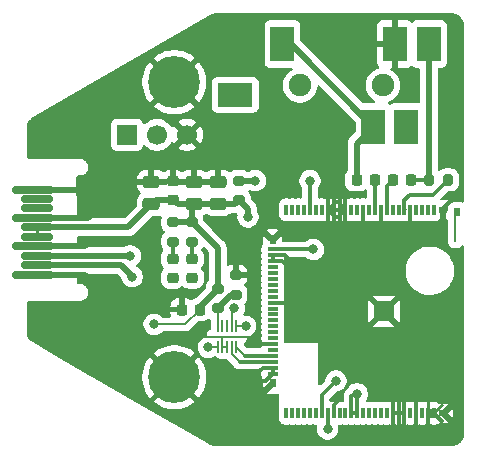
<source format=gtl>
G04 #@! TF.GenerationSoftware,KiCad,Pcbnew,9.0.3*
G04 #@! TF.CreationDate,2025-07-22T22:33:47+01:00*
G04 #@! TF.ProjectId,dectspansion,64656374-7370-4616-9e73-696f6e2e6b69,rev?*
G04 #@! TF.SameCoordinates,Original*
G04 #@! TF.FileFunction,Copper,L1,Top*
G04 #@! TF.FilePolarity,Positive*
%FSLAX46Y46*%
G04 Gerber Fmt 4.6, Leading zero omitted, Abs format (unit mm)*
G04 Created by KiCad (PCBNEW 9.0.3) date 2025-07-22 22:33:47*
%MOMM*%
%LPD*%
G01*
G04 APERTURE LIST*
G04 Aperture macros list*
%AMRoundRect*
0 Rectangle with rounded corners*
0 $1 Rounding radius*
0 $2 $3 $4 $5 $6 $7 $8 $9 X,Y pos of 4 corners*
0 Add a 4 corners polygon primitive as box body*
4,1,4,$2,$3,$4,$5,$6,$7,$8,$9,$2,$3,0*
0 Add four circle primitives for the rounded corners*
1,1,$1+$1,$2,$3*
1,1,$1+$1,$4,$5*
1,1,$1+$1,$6,$7*
1,1,$1+$1,$8,$9*
0 Add four rect primitives between the rounded corners*
20,1,$1+$1,$2,$3,$4,$5,0*
20,1,$1+$1,$4,$5,$6,$7,0*
20,1,$1+$1,$6,$7,$8,$9,0*
20,1,$1+$1,$8,$9,$2,$3,0*%
%AMFreePoly0*
4,1,7,0.350000,-0.050000,2.550000,-0.050000,2.550000,-0.250000,-0.350000,-0.250000,-0.350000,0.250000,0.350000,0.250000,0.350000,-0.050000,0.350000,-0.050000,$1*%
G04 Aperture macros list end*
G04 #@! TA.AperFunction,SMDPad,CuDef*
%ADD10RoundRect,0.200000X0.275000X-0.200000X0.275000X0.200000X-0.275000X0.200000X-0.275000X-0.200000X0*%
G04 #@! TD*
G04 #@! TA.AperFunction,WasherPad*
%ADD11C,1.900000*%
G04 #@! TD*
G04 #@! TA.AperFunction,SMDPad,CuDef*
%ADD12R,2.000000X3.000000*%
G04 #@! TD*
G04 #@! TA.AperFunction,SMDPad,CuDef*
%ADD13R,3.000000X2.000000*%
G04 #@! TD*
G04 #@! TA.AperFunction,SMDPad,CuDef*
%ADD14RoundRect,0.250000X0.475000X-0.250000X0.475000X0.250000X-0.475000X0.250000X-0.475000X-0.250000X0*%
G04 #@! TD*
G04 #@! TA.AperFunction,SMDPad,CuDef*
%ADD15RoundRect,0.150000X1.600000X0.150000X-1.600000X0.150000X-1.600000X-0.150000X1.600000X-0.150000X0*%
G04 #@! TD*
G04 #@! TA.AperFunction,SMDPad,CuDef*
%ADD16RoundRect,0.150000X1.200000X0.150000X-1.200000X0.150000X-1.200000X-0.150000X1.200000X-0.150000X0*%
G04 #@! TD*
G04 #@! TA.AperFunction,SMDPad,CuDef*
%ADD17RoundRect,0.200000X-0.275000X0.200000X-0.275000X-0.200000X0.275000X-0.200000X0.275000X0.200000X0*%
G04 #@! TD*
G04 #@! TA.AperFunction,SMDPad,CuDef*
%ADD18RoundRect,0.225000X-0.225000X-0.250000X0.225000X-0.250000X0.225000X0.250000X-0.225000X0.250000X0*%
G04 #@! TD*
G04 #@! TA.AperFunction,SMDPad,CuDef*
%ADD19RoundRect,0.027500X0.082500X-0.442500X0.082500X0.442500X-0.082500X0.442500X-0.082500X-0.442500X0*%
G04 #@! TD*
G04 #@! TA.AperFunction,SMDPad,CuDef*
%ADD20RoundRect,0.027500X0.442500X-0.082500X0.442500X0.082500X-0.442500X0.082500X-0.442500X-0.082500X0*%
G04 #@! TD*
G04 #@! TA.AperFunction,ComponentPad*
%ADD21C,0.700000*%
G04 #@! TD*
G04 #@! TA.AperFunction,ComponentPad*
%ADD22C,4.400000*%
G04 #@! TD*
G04 #@! TA.AperFunction,SMDPad,CuDef*
%ADD23RoundRect,0.225000X0.225000X0.250000X-0.225000X0.250000X-0.225000X-0.250000X0.225000X-0.250000X0*%
G04 #@! TD*
G04 #@! TA.AperFunction,SMDPad,CuDef*
%ADD24RoundRect,0.200000X-0.200000X-0.275000X0.200000X-0.275000X0.200000X0.275000X-0.200000X0.275000X0*%
G04 #@! TD*
G04 #@! TA.AperFunction,ComponentPad*
%ADD25R,1.700000X1.700000*%
G04 #@! TD*
G04 #@! TA.AperFunction,ComponentPad*
%ADD26C,1.700000*%
G04 #@! TD*
G04 #@! TA.AperFunction,SMDPad,CuDef*
%ADD27RoundRect,0.225000X0.250000X-0.225000X0.250000X0.225000X-0.250000X0.225000X-0.250000X-0.225000X0*%
G04 #@! TD*
G04 #@! TA.AperFunction,SMDPad,CuDef*
%ADD28RoundRect,0.218750X0.256250X-0.218750X0.256250X0.218750X-0.256250X0.218750X-0.256250X-0.218750X0*%
G04 #@! TD*
G04 #@! TA.AperFunction,SMDPad,CuDef*
%ADD29R,0.660000X0.550000*%
G04 #@! TD*
G04 #@! TA.AperFunction,SMDPad,CuDef*
%ADD30RoundRect,0.075000X-0.075000X0.370000X-0.075000X-0.370000X0.075000X-0.370000X0.075000X0.370000X0*%
G04 #@! TD*
G04 #@! TA.AperFunction,SMDPad,CuDef*
%ADD31R,0.550000X0.800000*%
G04 #@! TD*
G04 #@! TA.AperFunction,SMDPad,CuDef*
%ADD32RoundRect,0.075000X-0.370000X-0.075000X0.370000X-0.075000X0.370000X0.075000X-0.370000X0.075000X0*%
G04 #@! TD*
G04 #@! TA.AperFunction,SMDPad,CuDef*
%ADD33FreePoly0,270.000000*%
G04 #@! TD*
G04 #@! TA.AperFunction,SMDPad,CuDef*
%ADD34R,1.700000X1.700000*%
G04 #@! TD*
G04 #@! TA.AperFunction,ViaPad*
%ADD35C,0.800000*%
G04 #@! TD*
G04 #@! TA.AperFunction,Conductor*
%ADD36C,0.150000*%
G04 #@! TD*
G04 #@! TA.AperFunction,Conductor*
%ADD37C,0.500000*%
G04 #@! TD*
G04 #@! TA.AperFunction,Conductor*
%ADD38C,0.250000*%
G04 #@! TD*
G04 #@! TA.AperFunction,Conductor*
%ADD39C,0.300000*%
G04 #@! TD*
G04 APERTURE END LIST*
D10*
X116170000Y-105015000D03*
X116170000Y-106665000D03*
D11*
X130160000Y-87780000D03*
X123160000Y-87780000D03*
D12*
X129360000Y-91280000D03*
X131160000Y-84280000D03*
X132160000Y-91280000D03*
X134060000Y-84280000D03*
X121660000Y-84280000D03*
D13*
X117660000Y-88580000D03*
D14*
X110560000Y-97860000D03*
X110560000Y-95960000D03*
D15*
X100500000Y-96600000D03*
D16*
X100900000Y-97400000D03*
X100900000Y-98200000D03*
D15*
X100500000Y-99000000D03*
D16*
X100900000Y-99800000D03*
X100900000Y-100600000D03*
D15*
X100500000Y-101400000D03*
D16*
X100900000Y-102200000D03*
X100900000Y-103000000D03*
D15*
X100500000Y-103800000D03*
D17*
X117700000Y-103845000D03*
X117700000Y-105495000D03*
D18*
X127935000Y-95790000D03*
X129485000Y-95790000D03*
D19*
X116160000Y-109957500D03*
X116560000Y-109957500D03*
X116960000Y-109957500D03*
X117360000Y-109957500D03*
X117760000Y-109957500D03*
D20*
X117705000Y-109062500D03*
D19*
X117760000Y-108167500D03*
X117360000Y-108167500D03*
X116960000Y-108167500D03*
X116560000Y-108167500D03*
X116160000Y-108167500D03*
D20*
X116215000Y-109062500D03*
D21*
X110850000Y-87500000D03*
X111333274Y-86333274D03*
X111333274Y-88666726D03*
X112500000Y-85850000D03*
D22*
X112500000Y-87500000D03*
D21*
X112500000Y-89150000D03*
X113666726Y-86333274D03*
X113666726Y-88666726D03*
X114150000Y-87500000D03*
D14*
X116210000Y-97860000D03*
X116210000Y-95960000D03*
D10*
X112390000Y-101000000D03*
X112390000Y-99350000D03*
D23*
X114670000Y-106760000D03*
X113120000Y-106760000D03*
D18*
X131005000Y-95790000D03*
X132555000Y-95790000D03*
D17*
X113990000Y-99350000D03*
X113990000Y-101000000D03*
D14*
X114170000Y-97860000D03*
X114170000Y-95960000D03*
D24*
X134025000Y-95790000D03*
X135675000Y-95790000D03*
D17*
X117990000Y-95860000D03*
X117990000Y-97510000D03*
D25*
X108500000Y-91960000D03*
D26*
X111040000Y-91960000D03*
X113580000Y-91960000D03*
D27*
X112380000Y-97465000D03*
X112380000Y-95915000D03*
D28*
X114010000Y-104050000D03*
X114010000Y-102475000D03*
D21*
X110850000Y-112500000D03*
X111333274Y-111333274D03*
X111333274Y-113666726D03*
X112500000Y-110850000D03*
D22*
X112500000Y-112500000D03*
D21*
X112500000Y-114150000D03*
X113666726Y-111333274D03*
X113666726Y-113666726D03*
X114150000Y-112500000D03*
D29*
X135290000Y-98300000D03*
D30*
X134490000Y-98300000D03*
X133990000Y-98300000D03*
X133490000Y-98300000D03*
X132990000Y-98300000D03*
X132490000Y-98300000D03*
X131990000Y-98300000D03*
X131490000Y-98300000D03*
X130990000Y-98300000D03*
X130490000Y-98300000D03*
X129990000Y-98300000D03*
X129490000Y-98300000D03*
X128990000Y-98300000D03*
X128490000Y-98300000D03*
X127990000Y-98300000D03*
X127490000Y-98300000D03*
X126990000Y-98300000D03*
X126490000Y-98300000D03*
X125990000Y-98300000D03*
X125490000Y-98300000D03*
X124990000Y-98300000D03*
X124490000Y-98300000D03*
X123990000Y-98300000D03*
X123490000Y-98300000D03*
X122990000Y-98300000D03*
X122490000Y-98300000D03*
X121990000Y-98300000D03*
D31*
X120820000Y-100875000D03*
D32*
X120820000Y-101675000D03*
X120820000Y-102175000D03*
X120820000Y-102675000D03*
X120820000Y-103175000D03*
X120820000Y-103675000D03*
X120820000Y-104175000D03*
X120820000Y-104675000D03*
X120820000Y-105175000D03*
X120820000Y-105675000D03*
X120820000Y-106175000D03*
X120820000Y-106675000D03*
X120820000Y-107175000D03*
X120820000Y-107675000D03*
X120820000Y-108175000D03*
X120820000Y-108675000D03*
X120820000Y-109175000D03*
X120820000Y-109675000D03*
X120820000Y-110175000D03*
X120820000Y-110675000D03*
X120820000Y-111175000D03*
X120820000Y-111675000D03*
X120820000Y-112175000D03*
D31*
X120820000Y-112975000D03*
D30*
X121990000Y-115550000D03*
X122490000Y-115550000D03*
X122990000Y-115550000D03*
X123490000Y-115550000D03*
X123990000Y-115550000D03*
X124490000Y-115550000D03*
X124990000Y-115550000D03*
X125490000Y-115550000D03*
X125990000Y-115550000D03*
X126490000Y-115550000D03*
X126990000Y-115550000D03*
X127490000Y-115550000D03*
X127990000Y-115550000D03*
X128490000Y-115550000D03*
X128990000Y-115550000D03*
X129490000Y-115550000D03*
X129990000Y-115550000D03*
X130490000Y-115550000D03*
X130990000Y-115550000D03*
X131490000Y-115550000D03*
X131990000Y-115550000D03*
X132490000Y-115550000D03*
X132990000Y-115550000D03*
X133490000Y-115550000D03*
X133990000Y-115550000D03*
X134490000Y-115550000D03*
D29*
X135290000Y-115550000D03*
D33*
X136440000Y-98525000D03*
D34*
X130240000Y-106925000D03*
D28*
X112360000Y-104052500D03*
X112360000Y-102477500D03*
D35*
X110790000Y-108010000D03*
X115380000Y-109960000D03*
X108785000Y-102210000D03*
X108940000Y-103970000D03*
X112360000Y-104052500D03*
X114010000Y-104050000D03*
X117580000Y-106630000D03*
X118530000Y-108170000D03*
X118740000Y-98930000D03*
X127990000Y-113890000D03*
X124280000Y-101670000D03*
X127080000Y-116960000D03*
X126250000Y-111210000D03*
X135640000Y-91930000D03*
X129730000Y-113900000D03*
X119340000Y-94390000D03*
X105950000Y-91930000D03*
X123980000Y-94410000D03*
X125480000Y-116880000D03*
X126190000Y-112790000D03*
X123990000Y-95850000D03*
X119360000Y-95850000D03*
D36*
X116215000Y-109062500D02*
X114632500Y-109062500D01*
X113420000Y-108010000D02*
X114670000Y-106760000D01*
X110790000Y-108010000D02*
X113420000Y-108010000D01*
X115382500Y-109957500D02*
X115380000Y-109960000D01*
X116160000Y-109957500D02*
X115382500Y-109957500D01*
X117705000Y-109062500D02*
X116215000Y-109062500D01*
X119162500Y-109062500D02*
X119775000Y-109675000D01*
X117705000Y-109062500D02*
X119162500Y-109062500D01*
X118527500Y-108167500D02*
X118530000Y-108170000D01*
X117760000Y-108167500D02*
X118527500Y-108167500D01*
X117760000Y-108167500D02*
X117762500Y-108170000D01*
X116160000Y-106675000D02*
X116170000Y-106665000D01*
X116160000Y-108167500D02*
X116160000Y-106675000D01*
D37*
X117340000Y-105495000D02*
X117700000Y-105495000D01*
X116170000Y-106665000D02*
X117340000Y-105495000D01*
X116170000Y-101530000D02*
X113990000Y-99350000D01*
X116170000Y-105015000D02*
X116170000Y-101530000D01*
X114670000Y-106515000D02*
X116170000Y-105015000D01*
X114670000Y-106760000D02*
X114670000Y-106515000D01*
X108940000Y-103950000D02*
X107990000Y-103000000D01*
X108940000Y-103970000D02*
X108940000Y-103950000D01*
D36*
X117360000Y-106850000D02*
X117580000Y-106630000D01*
X117360000Y-108167500D02*
X117360000Y-106850000D01*
D38*
X110945000Y-97465000D02*
X110560000Y-97850000D01*
D37*
X113990000Y-99350000D02*
X113990000Y-98040000D01*
D39*
X127990000Y-113890000D02*
X127990000Y-115550000D01*
X124275000Y-101675000D02*
X124280000Y-101670000D01*
D37*
X114170000Y-97860000D02*
X116210000Y-97860000D01*
D38*
X100900000Y-99800000D02*
X100900000Y-100600000D01*
D37*
X117640000Y-97860000D02*
X117990000Y-97510000D01*
D39*
X120820000Y-101675000D02*
X124275000Y-101675000D01*
D37*
X118740000Y-98260000D02*
X117990000Y-97510000D01*
X112380000Y-97465000D02*
X110945000Y-97465000D01*
X108610000Y-99800000D02*
X100900000Y-99800000D01*
X110560000Y-97850000D02*
X108610000Y-99800000D01*
X118740000Y-98930000D02*
X118740000Y-98260000D01*
D39*
X127990000Y-115550000D02*
X127490000Y-115550000D01*
D37*
X116210000Y-97860000D02*
X117640000Y-97860000D01*
X112775000Y-97860000D02*
X112380000Y-97465000D01*
D38*
X127670000Y-113890000D02*
X127990000Y-113890000D01*
D37*
X113990000Y-98040000D02*
X114170000Y-97860000D01*
X113990000Y-99350000D02*
X112390000Y-99350000D01*
X114170000Y-97860000D02*
X112775000Y-97860000D01*
D38*
X127490000Y-114070000D02*
X127670000Y-113890000D01*
D39*
X127490000Y-115550000D02*
X127490000Y-114070000D01*
X125990000Y-115550000D02*
X125990000Y-114810000D01*
X132490000Y-98300000D02*
X132490000Y-99630000D01*
D37*
X105180000Y-99000000D02*
X106010000Y-98170000D01*
X104940000Y-101400000D02*
X105180000Y-101160000D01*
D39*
X126990000Y-98300000D02*
X126990000Y-99780000D01*
D37*
X100451000Y-103751000D02*
X100500000Y-103800000D01*
X100500000Y-99000000D02*
X105180000Y-99000000D01*
D39*
X120820000Y-109675000D02*
X119775000Y-109675000D01*
X126990000Y-98300000D02*
X126490000Y-98300000D01*
X125490000Y-98300000D02*
X125490000Y-99750000D01*
X130990000Y-115550000D02*
X131990000Y-115550000D01*
D37*
X104940000Y-103800000D02*
X105430000Y-104290000D01*
D39*
X131490000Y-115550000D02*
X131490000Y-116990000D01*
D38*
X133990000Y-115550000D02*
X133990000Y-114090000D01*
D39*
X132990000Y-115550000D02*
X132990000Y-114090000D01*
X121635000Y-102675000D02*
X122470000Y-103510000D01*
X121835000Y-102175000D02*
X122590000Y-102930000D01*
D38*
X122325000Y-106175000D02*
X122330000Y-106180000D01*
D39*
X130990000Y-115550000D02*
X130990000Y-114210000D01*
X125990000Y-98300000D02*
X125990000Y-99720000D01*
D38*
X126990000Y-99780000D02*
X127000000Y-99790000D01*
D39*
X120820000Y-102175000D02*
X120820000Y-102675000D01*
X125990000Y-98300000D02*
X126490000Y-98300000D01*
X131490000Y-115550000D02*
X131490000Y-114250000D01*
X120820000Y-111675000D02*
X120820000Y-112175000D01*
X128490000Y-98300000D02*
X128490000Y-99830000D01*
D37*
X100500000Y-103800000D02*
X104940000Y-103800000D01*
X105230000Y-96600000D02*
X105630000Y-96200000D01*
D36*
X116560000Y-109187500D02*
X116560000Y-109957500D01*
X116435000Y-109062500D02*
X116560000Y-109187500D01*
D37*
X135290000Y-98300000D02*
X135290000Y-99620000D01*
D38*
X125990000Y-99720000D02*
X126000000Y-99730000D01*
D39*
X130990000Y-115550000D02*
X130990000Y-117050000D01*
X120820000Y-111675000D02*
X120025000Y-111675000D01*
X131990000Y-115550000D02*
X131990000Y-117010000D01*
X120820000Y-106175000D02*
X122325000Y-106175000D01*
D38*
X125490000Y-99750000D02*
X125500000Y-99760000D01*
D39*
X133990000Y-115550000D02*
X133990000Y-117050000D01*
X133990000Y-115550000D02*
X134490000Y-115550000D01*
X120820000Y-102175000D02*
X121835000Y-102175000D01*
X132990000Y-115550000D02*
X132990000Y-117070000D01*
X126490000Y-98300000D02*
X126490000Y-99680000D01*
X126990000Y-98300000D02*
X126990000Y-96790000D01*
X126490000Y-98300000D02*
X126490000Y-96650000D01*
X125990000Y-98300000D02*
X125490000Y-98300000D01*
X131990000Y-115550000D02*
X131990000Y-114190000D01*
X125990000Y-114810000D02*
X126510000Y-114290000D01*
D36*
X116560000Y-109957500D02*
X116960000Y-109957500D01*
D37*
X100500000Y-96600000D02*
X105230000Y-96600000D01*
D39*
X125490000Y-98300000D02*
X125490000Y-96690000D01*
X120820000Y-102675000D02*
X121635000Y-102675000D01*
X120025000Y-111675000D02*
X119460000Y-112240000D01*
D37*
X100500000Y-101400000D02*
X104940000Y-101400000D01*
D39*
X129990000Y-98300000D02*
X129990000Y-99930000D01*
X125990000Y-98300000D02*
X125990000Y-96630000D01*
D37*
X134060000Y-84280000D02*
X134060000Y-95555000D01*
D39*
X134025000Y-95790000D02*
X132555000Y-95790000D01*
D38*
X108730000Y-102200000D02*
X108785000Y-102255000D01*
D37*
X100900000Y-102200000D02*
X108730000Y-102200000D01*
X127935000Y-92705000D02*
X129360000Y-91280000D01*
X122360000Y-84280000D02*
X129360000Y-91280000D01*
X127935000Y-95790000D02*
X127935000Y-92705000D01*
X121660000Y-84280000D02*
X122360000Y-84280000D01*
D39*
X112360000Y-102477500D02*
X112360000Y-101030000D01*
X125490000Y-115550000D02*
X125490000Y-116870000D01*
X125490000Y-116870000D02*
X125480000Y-116880000D01*
X130490000Y-96305000D02*
X131005000Y-95790000D01*
X130490000Y-98300000D02*
X130490000Y-96305000D01*
X129490000Y-98300000D02*
X129490000Y-95795000D01*
D38*
X129490000Y-95795000D02*
X129485000Y-95790000D01*
D39*
X124990000Y-113990000D02*
X124990000Y-115550000D01*
X126190000Y-112790000D02*
X124990000Y-113990000D01*
X114010000Y-102475000D02*
X114010000Y-101020000D01*
D37*
X117990000Y-95860000D02*
X119350000Y-95860000D01*
D39*
X123990000Y-98300000D02*
X123990000Y-95850000D01*
D37*
X119350000Y-95860000D02*
X119360000Y-95850000D01*
D39*
X131990000Y-98300000D02*
X131990000Y-97520000D01*
X134395000Y-97070000D02*
X135675000Y-95790000D01*
X132440000Y-97070000D02*
X134395000Y-97070000D01*
D38*
X131990000Y-98300000D02*
X132014000Y-98276000D01*
D39*
X131990000Y-97520000D02*
X132440000Y-97070000D01*
X118477500Y-110675000D02*
X120820000Y-110675000D01*
D36*
X117760000Y-109957500D02*
X118477500Y-110675000D01*
X117360000Y-109957500D02*
X117360000Y-110512478D01*
D39*
X118022522Y-111175000D02*
X120820000Y-111175000D01*
D36*
X117360000Y-110512478D02*
X118022522Y-111175000D01*
D37*
X107990000Y-103000000D02*
X100900000Y-103000000D01*
G04 #@! TA.AperFunction,Conductor*
G36*
X126987228Y-81680273D02*
G01*
X135978140Y-81680499D01*
X136024594Y-81680500D01*
X136035393Y-81680971D01*
X136181839Y-81693783D01*
X136195180Y-81695687D01*
X136223815Y-81701383D01*
X136231636Y-81703207D01*
X136357159Y-81736840D01*
X136372503Y-81742048D01*
X136388599Y-81748716D01*
X136393469Y-81750858D01*
X136519922Y-81809824D01*
X136538628Y-81820624D01*
X136663572Y-81908110D01*
X136680130Y-81922003D01*
X136787989Y-82029861D01*
X136801882Y-82046419D01*
X136889365Y-82171355D01*
X136900173Y-82190074D01*
X136959125Y-82316495D01*
X136961298Y-82321434D01*
X136967942Y-82337473D01*
X136973155Y-82352828D01*
X137006781Y-82478322D01*
X137008622Y-82486220D01*
X137014303Y-82514774D01*
X137016215Y-82528162D01*
X137029056Y-82674928D01*
X137029528Y-82685808D01*
X137020908Y-97583181D01*
X137001185Y-97650209D01*
X136948354Y-97695933D01*
X136879190Y-97705837D01*
X136845398Y-97695904D01*
X136832419Y-97689977D01*
X136832414Y-97689975D01*
X136690000Y-97669500D01*
X136190000Y-97669500D01*
X136189997Y-97669500D01*
X136118059Y-97674644D01*
X135980005Y-97715182D01*
X135858969Y-97792967D01*
X135858965Y-97792971D01*
X135764750Y-97901700D01*
X135764744Y-97901709D01*
X135704976Y-98032580D01*
X135704975Y-98032585D01*
X135684500Y-98174999D01*
X135684500Y-98207690D01*
X135675855Y-98237130D01*
X135669332Y-98267117D01*
X135665577Y-98272132D01*
X135664815Y-98274729D01*
X135648181Y-98295371D01*
X135554457Y-98389095D01*
X135493134Y-98422580D01*
X135423442Y-98417596D01*
X135379095Y-98389095D01*
X135200904Y-98210904D01*
X135167419Y-98149581D01*
X135172403Y-98079889D01*
X135200904Y-98035542D01*
X135707212Y-97529234D01*
X135667830Y-97525000D01*
X135159307Y-97525000D01*
X135092268Y-97505315D01*
X135046513Y-97452511D01*
X135036569Y-97383353D01*
X135065594Y-97319797D01*
X135071626Y-97313319D01*
X135279615Y-97105331D01*
X135583127Y-96801819D01*
X135644450Y-96768334D01*
X135670808Y-96765500D01*
X135931613Y-96765500D01*
X135931616Y-96765500D01*
X136002196Y-96759086D01*
X136164606Y-96708478D01*
X136310185Y-96620472D01*
X136430472Y-96500185D01*
X136518478Y-96354606D01*
X136569086Y-96192196D01*
X136575500Y-96121616D01*
X136575500Y-95458384D01*
X136569086Y-95387804D01*
X136518478Y-95225394D01*
X136430472Y-95079815D01*
X136430470Y-95079813D01*
X136430469Y-95079811D01*
X136310188Y-94959530D01*
X136310138Y-94959500D01*
X136164606Y-94871522D01*
X136002196Y-94820914D01*
X136002194Y-94820913D01*
X136002192Y-94820913D01*
X135952778Y-94816423D01*
X135931616Y-94814500D01*
X135418384Y-94814500D01*
X135399145Y-94816248D01*
X135347807Y-94820913D01*
X135185393Y-94871522D01*
X135039811Y-94959530D01*
X135039810Y-94959531D01*
X135022181Y-94977161D01*
X134960858Y-95010646D01*
X134891166Y-95005662D01*
X134835233Y-94963790D01*
X134810816Y-94898326D01*
X134810500Y-94889480D01*
X134810500Y-86404499D01*
X134830185Y-86337460D01*
X134882989Y-86291705D01*
X134934500Y-86280499D01*
X135107871Y-86280499D01*
X135107872Y-86280499D01*
X135167483Y-86274091D01*
X135302331Y-86223796D01*
X135417546Y-86137546D01*
X135503796Y-86022331D01*
X135554091Y-85887483D01*
X135560500Y-85827873D01*
X135560499Y-82732128D01*
X135554091Y-82672517D01*
X135503884Y-82537906D01*
X135503797Y-82537671D01*
X135503793Y-82537664D01*
X135417547Y-82422455D01*
X135417544Y-82422452D01*
X135302335Y-82336206D01*
X135302328Y-82336202D01*
X135167482Y-82285908D01*
X135167483Y-82285908D01*
X135107883Y-82279501D01*
X135107881Y-82279500D01*
X135107873Y-82279500D01*
X135107864Y-82279500D01*
X133012129Y-82279500D01*
X133012123Y-82279501D01*
X132952516Y-82285908D01*
X132817671Y-82336202D01*
X132817664Y-82336206D01*
X132702455Y-82422452D01*
X132697324Y-82427584D01*
X132636001Y-82461069D01*
X132566309Y-82456085D01*
X132521962Y-82427584D01*
X132517187Y-82422809D01*
X132402093Y-82336649D01*
X132402086Y-82336645D01*
X132267379Y-82286403D01*
X132267372Y-82286401D01*
X132207844Y-82280000D01*
X131410000Y-82280000D01*
X131410000Y-86280000D01*
X132207828Y-86280000D01*
X132207844Y-86279999D01*
X132267372Y-86273598D01*
X132267379Y-86273596D01*
X132402086Y-86223354D01*
X132402093Y-86223350D01*
X132517187Y-86137190D01*
X132521962Y-86132416D01*
X132583285Y-86098931D01*
X132652977Y-86103915D01*
X132697324Y-86132416D01*
X132702455Y-86137547D01*
X132817664Y-86223793D01*
X132817671Y-86223797D01*
X132862618Y-86240561D01*
X132952517Y-86274091D01*
X133012127Y-86280500D01*
X133185500Y-86280499D01*
X133252539Y-86300183D01*
X133298294Y-86352987D01*
X133309500Y-86404499D01*
X133309500Y-89155500D01*
X133289815Y-89222539D01*
X133237011Y-89268294D01*
X133185500Y-89279500D01*
X131112129Y-89279500D01*
X131112123Y-89279501D01*
X131052516Y-89285908D01*
X130917671Y-89336202D01*
X130917669Y-89336203D01*
X130834311Y-89398606D01*
X130809548Y-89407842D01*
X130786358Y-89420505D01*
X130777329Y-89419859D01*
X130768847Y-89423023D01*
X130743024Y-89417406D01*
X130716666Y-89415521D01*
X130704951Y-89409124D01*
X130700574Y-89408172D01*
X130685689Y-89398606D01*
X130630948Y-89357626D01*
X130589078Y-89301694D01*
X130584094Y-89232003D01*
X130617579Y-89170680D01*
X130666939Y-89140431D01*
X130716799Y-89124231D01*
X130920228Y-89020579D01*
X131104937Y-88886379D01*
X131266379Y-88724937D01*
X131400579Y-88540228D01*
X131504231Y-88336799D01*
X131574784Y-88119660D01*
X131581616Y-88076525D01*
X131610500Y-87894162D01*
X131610500Y-87665837D01*
X131574784Y-87440339D01*
X131539078Y-87330448D01*
X131504231Y-87223201D01*
X131504229Y-87223198D01*
X131504229Y-87223196D01*
X131431012Y-87079500D01*
X131400579Y-87019772D01*
X131266379Y-86835063D01*
X131104937Y-86673621D01*
X130920228Y-86539421D01*
X130871287Y-86514484D01*
X130820492Y-86466510D01*
X130803697Y-86398690D01*
X130826234Y-86332555D01*
X130880949Y-86289103D01*
X130905735Y-86284264D01*
X130910000Y-86280000D01*
X130910000Y-84530000D01*
X129660000Y-84530000D01*
X129660000Y-85827844D01*
X129666401Y-85887372D01*
X129666403Y-85887379D01*
X129716645Y-86022086D01*
X129716649Y-86022093D01*
X129802809Y-86137186D01*
X129829097Y-86156866D01*
X129870968Y-86212800D01*
X129875952Y-86282492D01*
X129842467Y-86343815D01*
X129793105Y-86374064D01*
X129603196Y-86435770D01*
X129399771Y-86539421D01*
X129215061Y-86673622D01*
X129053622Y-86835061D01*
X128919421Y-87019771D01*
X128815770Y-87223196D01*
X128745215Y-87440339D01*
X128709500Y-87665837D01*
X128709500Y-87894162D01*
X128745215Y-88119660D01*
X128815770Y-88336803D01*
X128868762Y-88440804D01*
X128919421Y-88540228D01*
X129053621Y-88724937D01*
X129215063Y-88886379D01*
X129399772Y-89020579D01*
X129447731Y-89045015D01*
X129498527Y-89092989D01*
X129515322Y-89160810D01*
X129492785Y-89226945D01*
X129438070Y-89270397D01*
X129391436Y-89279500D01*
X128472230Y-89279500D01*
X128405191Y-89259815D01*
X128384549Y-89243181D01*
X123196818Y-84055450D01*
X123163333Y-83994127D01*
X123160499Y-83967769D01*
X123160499Y-82732155D01*
X129660000Y-82732155D01*
X129660000Y-84030000D01*
X130910000Y-84030000D01*
X130910000Y-82280000D01*
X130112155Y-82280000D01*
X130052627Y-82286401D01*
X130052620Y-82286403D01*
X129917913Y-82336645D01*
X129917906Y-82336649D01*
X129802812Y-82422809D01*
X129802809Y-82422812D01*
X129716649Y-82537906D01*
X129716645Y-82537913D01*
X129666403Y-82672620D01*
X129666401Y-82672627D01*
X129660000Y-82732155D01*
X123160499Y-82732155D01*
X123160499Y-82732129D01*
X123160498Y-82732123D01*
X123160497Y-82732116D01*
X123154091Y-82672517D01*
X123103884Y-82537906D01*
X123103797Y-82537671D01*
X123103793Y-82537664D01*
X123017547Y-82422455D01*
X123017544Y-82422452D01*
X122902335Y-82336206D01*
X122902328Y-82336202D01*
X122767482Y-82285908D01*
X122767483Y-82285908D01*
X122707883Y-82279501D01*
X122707881Y-82279500D01*
X122707873Y-82279500D01*
X122707864Y-82279500D01*
X120612129Y-82279500D01*
X120612123Y-82279501D01*
X120552516Y-82285908D01*
X120417671Y-82336202D01*
X120417664Y-82336206D01*
X120302455Y-82422452D01*
X120302452Y-82422455D01*
X120216206Y-82537664D01*
X120216202Y-82537671D01*
X120165908Y-82672517D01*
X120159501Y-82732116D01*
X120159501Y-82732123D01*
X120159500Y-82732135D01*
X120159500Y-85827870D01*
X120159501Y-85827876D01*
X120165908Y-85887483D01*
X120216202Y-86022328D01*
X120216206Y-86022335D01*
X120302452Y-86137544D01*
X120302455Y-86137547D01*
X120417664Y-86223793D01*
X120417671Y-86223797D01*
X120552517Y-86274091D01*
X120552516Y-86274091D01*
X120559444Y-86274835D01*
X120612127Y-86280500D01*
X122391437Y-86280499D01*
X122458476Y-86300184D01*
X122504231Y-86352987D01*
X122514175Y-86422146D01*
X122485150Y-86485702D01*
X122447732Y-86514984D01*
X122399771Y-86539421D01*
X122215061Y-86673622D01*
X122053622Y-86835061D01*
X121919421Y-87019771D01*
X121815770Y-87223196D01*
X121745215Y-87440339D01*
X121709500Y-87665837D01*
X121709500Y-87894162D01*
X121745215Y-88119660D01*
X121815770Y-88336803D01*
X121868762Y-88440804D01*
X121919421Y-88540228D01*
X122053621Y-88724937D01*
X122215063Y-88886379D01*
X122399772Y-89020579D01*
X122486702Y-89064872D01*
X122603196Y-89124229D01*
X122603198Y-89124229D01*
X122603201Y-89124231D01*
X122699437Y-89155500D01*
X122820339Y-89194784D01*
X123045838Y-89230500D01*
X123045843Y-89230500D01*
X123274162Y-89230500D01*
X123499660Y-89194784D01*
X123716799Y-89124231D01*
X123920228Y-89020579D01*
X124104937Y-88886379D01*
X124266379Y-88724937D01*
X124400579Y-88540228D01*
X124504231Y-88336799D01*
X124574784Y-88119660D01*
X124581616Y-88076525D01*
X124610500Y-87894162D01*
X124610500Y-87891230D01*
X124610815Y-87890156D01*
X124610882Y-87889307D01*
X124611060Y-87889321D01*
X124630185Y-87824191D01*
X124682989Y-87778436D01*
X124752147Y-87768492D01*
X124815703Y-87797517D01*
X124822181Y-87803549D01*
X127823181Y-90804549D01*
X127856666Y-90865872D01*
X127859500Y-90892230D01*
X127859500Y-91667769D01*
X127839815Y-91734808D01*
X127823181Y-91755450D01*
X127352045Y-92226586D01*
X127318870Y-92276240D01*
X127318868Y-92276243D01*
X127269919Y-92349499D01*
X127269912Y-92349511D01*
X127213343Y-92486082D01*
X127213340Y-92486092D01*
X127184500Y-92631079D01*
X127184500Y-94988126D01*
X127164815Y-95055165D01*
X127148181Y-95075807D01*
X127137032Y-95086955D01*
X127137029Y-95086959D01*
X127048001Y-95231294D01*
X127047996Y-95231305D01*
X126994651Y-95392290D01*
X126984500Y-95491647D01*
X126984500Y-96088337D01*
X126984501Y-96088355D01*
X126994650Y-96187707D01*
X126994651Y-96187710D01*
X127047996Y-96348694D01*
X127048001Y-96348705D01*
X127137029Y-96493040D01*
X127137032Y-96493044D01*
X127256955Y-96612967D01*
X127256959Y-96612970D01*
X127401294Y-96701998D01*
X127401297Y-96701999D01*
X127401303Y-96702003D01*
X127562292Y-96755349D01*
X127661655Y-96765500D01*
X128208344Y-96765499D01*
X128208352Y-96765498D01*
X128208355Y-96765498D01*
X128271124Y-96759086D01*
X128307708Y-96755349D01*
X128468697Y-96702003D01*
X128613044Y-96612968D01*
X128622319Y-96603693D01*
X128630264Y-96599354D01*
X128635690Y-96592107D01*
X128660449Y-96582872D01*
X128683642Y-96570208D01*
X128692671Y-96570853D01*
X128701154Y-96567690D01*
X128726974Y-96573306D01*
X128753334Y-96575192D01*
X128762387Y-96581010D01*
X128769427Y-96582542D01*
X128797681Y-96603693D01*
X128803181Y-96609193D01*
X128836666Y-96670516D01*
X128839500Y-96696874D01*
X128839500Y-97244782D01*
X128819815Y-97311821D01*
X128767011Y-97357576D01*
X128699314Y-97367721D01*
X128602697Y-97355000D01*
X128377302Y-97355000D01*
X128257270Y-97370804D01*
X128223527Y-97368593D01*
X128223293Y-97370374D01*
X128215236Y-97369313D01*
X128195451Y-97366708D01*
X128102727Y-97354500D01*
X128102720Y-97354500D01*
X127877280Y-97354500D01*
X127877272Y-97354500D01*
X127790393Y-97365938D01*
X127764764Y-97369313D01*
X127764762Y-97369313D01*
X127756708Y-97370374D01*
X127756316Y-97367399D01*
X127723684Y-97367399D01*
X127723292Y-97370374D01*
X127715237Y-97369313D01*
X127715236Y-97369313D01*
X127686271Y-97365499D01*
X127602727Y-97354500D01*
X127602720Y-97354500D01*
X127377280Y-97354500D01*
X127377272Y-97354500D01*
X127281792Y-97367071D01*
X127264764Y-97369313D01*
X127264763Y-97369313D01*
X127256707Y-97370374D01*
X127256472Y-97368595D01*
X127222729Y-97370804D01*
X127102697Y-97355000D01*
X126877302Y-97355000D01*
X126756839Y-97370861D01*
X126756451Y-97367915D01*
X126723549Y-97367915D01*
X126723161Y-97370861D01*
X126602697Y-97355000D01*
X126377302Y-97355000D01*
X126256839Y-97370861D01*
X126256451Y-97367915D01*
X126223549Y-97367915D01*
X126223161Y-97370861D01*
X126102697Y-97355000D01*
X125877302Y-97355000D01*
X125756839Y-97370861D01*
X125756451Y-97367915D01*
X125723549Y-97367915D01*
X125723161Y-97370861D01*
X125602697Y-97355000D01*
X125377302Y-97355000D01*
X125257270Y-97370804D01*
X125223527Y-97368593D01*
X125223293Y-97370374D01*
X125215236Y-97369313D01*
X125195451Y-97366708D01*
X125102727Y-97354500D01*
X125102720Y-97354500D01*
X124877280Y-97354500D01*
X124877272Y-97354500D01*
X124794062Y-97365455D01*
X124780685Y-97367216D01*
X124711650Y-97356452D01*
X124659394Y-97310072D01*
X124640500Y-97244278D01*
X124640500Y-96524361D01*
X124660185Y-96457322D01*
X124676816Y-96436682D01*
X124689464Y-96424035D01*
X124788013Y-96276547D01*
X124855894Y-96112666D01*
X124860734Y-96088337D01*
X124890499Y-95938695D01*
X124890500Y-95938693D01*
X124890500Y-95761306D01*
X124890499Y-95761304D01*
X124855896Y-95587341D01*
X124855893Y-95587332D01*
X124788016Y-95423459D01*
X124788009Y-95423446D01*
X124689464Y-95275965D01*
X124689461Y-95275961D01*
X124564038Y-95150538D01*
X124564034Y-95150535D01*
X124416553Y-95051990D01*
X124416540Y-95051983D01*
X124252667Y-94984106D01*
X124252658Y-94984103D01*
X124078694Y-94949500D01*
X124078691Y-94949500D01*
X123901309Y-94949500D01*
X123901306Y-94949500D01*
X123727341Y-94984103D01*
X123727332Y-94984106D01*
X123563459Y-95051983D01*
X123563446Y-95051990D01*
X123415965Y-95150535D01*
X123415961Y-95150538D01*
X123290538Y-95275961D01*
X123290535Y-95275965D01*
X123191990Y-95423446D01*
X123191983Y-95423459D01*
X123124106Y-95587332D01*
X123124103Y-95587341D01*
X123089500Y-95761304D01*
X123089500Y-95938695D01*
X123124103Y-96112658D01*
X123124106Y-96112667D01*
X123191983Y-96276540D01*
X123191990Y-96276553D01*
X123290534Y-96424033D01*
X123290535Y-96424034D01*
X123290536Y-96424035D01*
X123303180Y-96436679D01*
X123336665Y-96497999D01*
X123339500Y-96524361D01*
X123339500Y-97244278D01*
X123319815Y-97311317D01*
X123267011Y-97357072D01*
X123199314Y-97367216D01*
X123184323Y-97365243D01*
X123102727Y-97354500D01*
X123102720Y-97354500D01*
X122877280Y-97354500D01*
X122877272Y-97354500D01*
X122790393Y-97365938D01*
X122764764Y-97369313D01*
X122764762Y-97369313D01*
X122756708Y-97370374D01*
X122756316Y-97367399D01*
X122723684Y-97367399D01*
X122723292Y-97370374D01*
X122715237Y-97369313D01*
X122715236Y-97369313D01*
X122686271Y-97365499D01*
X122602727Y-97354500D01*
X122602720Y-97354500D01*
X122377280Y-97354500D01*
X122377272Y-97354500D01*
X122290393Y-97365938D01*
X122264764Y-97369313D01*
X122264762Y-97369313D01*
X122256708Y-97370374D01*
X122256316Y-97367399D01*
X122223684Y-97367399D01*
X122223292Y-97370374D01*
X122215237Y-97369313D01*
X122215236Y-97369313D01*
X122186271Y-97365499D01*
X122102727Y-97354500D01*
X122102720Y-97354500D01*
X121877280Y-97354500D01*
X121877272Y-97354500D01*
X121764764Y-97369313D01*
X121764763Y-97369313D01*
X121624770Y-97427300D01*
X121624767Y-97427301D01*
X121624767Y-97427302D01*
X121585798Y-97457204D01*
X121504549Y-97519549D01*
X121412300Y-97639770D01*
X121354313Y-97779763D01*
X121354313Y-97779764D01*
X121339500Y-97892272D01*
X121339500Y-98707727D01*
X121354313Y-98820235D01*
X121354313Y-98820236D01*
X121398196Y-98926180D01*
X121412302Y-98960233D01*
X121504549Y-99080451D01*
X121624767Y-99172698D01*
X121764764Y-99230687D01*
X121871586Y-99244750D01*
X121877264Y-99245498D01*
X121877280Y-99245500D01*
X121877287Y-99245500D01*
X122102713Y-99245500D01*
X122102720Y-99245500D01*
X122215236Y-99230687D01*
X122215236Y-99230686D01*
X122223295Y-99229626D01*
X122223698Y-99232689D01*
X122256302Y-99232689D01*
X122256705Y-99229626D01*
X122264763Y-99230686D01*
X122264764Y-99230687D01*
X122377280Y-99245500D01*
X122377287Y-99245500D01*
X122602713Y-99245500D01*
X122602720Y-99245500D01*
X122715236Y-99230687D01*
X122715236Y-99230686D01*
X122723295Y-99229626D01*
X122723698Y-99232689D01*
X122756302Y-99232689D01*
X122756705Y-99229626D01*
X122764763Y-99230686D01*
X122764764Y-99230687D01*
X122877280Y-99245500D01*
X122877287Y-99245500D01*
X123102713Y-99245500D01*
X123102720Y-99245500D01*
X123215236Y-99230687D01*
X123215236Y-99230686D01*
X123223295Y-99229626D01*
X123223698Y-99232689D01*
X123256302Y-99232689D01*
X123256705Y-99229626D01*
X123264763Y-99230686D01*
X123264764Y-99230687D01*
X123377280Y-99245500D01*
X123377287Y-99245500D01*
X123602713Y-99245500D01*
X123602720Y-99245500D01*
X123715236Y-99230687D01*
X123715236Y-99230686D01*
X123723295Y-99229626D01*
X123723698Y-99232689D01*
X123756302Y-99232689D01*
X123756705Y-99229626D01*
X123764763Y-99230686D01*
X123764764Y-99230687D01*
X123877280Y-99245500D01*
X123877287Y-99245500D01*
X124102713Y-99245500D01*
X124102720Y-99245500D01*
X124215236Y-99230687D01*
X124215236Y-99230686D01*
X124223295Y-99229626D01*
X124223698Y-99232689D01*
X124256302Y-99232689D01*
X124256705Y-99229626D01*
X124264763Y-99230686D01*
X124264764Y-99230687D01*
X124377280Y-99245500D01*
X124377287Y-99245500D01*
X124602713Y-99245500D01*
X124602720Y-99245500D01*
X124715236Y-99230687D01*
X124715236Y-99230686D01*
X124723295Y-99229626D01*
X124723698Y-99232689D01*
X124756302Y-99232689D01*
X124756705Y-99229626D01*
X124764763Y-99230686D01*
X124764764Y-99230687D01*
X124877280Y-99245500D01*
X124877287Y-99245500D01*
X125102713Y-99245500D01*
X125102720Y-99245500D01*
X125215236Y-99230687D01*
X125215236Y-99230686D01*
X125223295Y-99229626D01*
X125223529Y-99231409D01*
X125257270Y-99229196D01*
X125377302Y-99244999D01*
X125377317Y-99245000D01*
X125602683Y-99245000D01*
X125602697Y-99244999D01*
X125723162Y-99229139D01*
X125723557Y-99232142D01*
X125756443Y-99232142D01*
X125756838Y-99229139D01*
X125877302Y-99244999D01*
X125877317Y-99245000D01*
X126102683Y-99245000D01*
X126102697Y-99244999D01*
X126223162Y-99229139D01*
X126223557Y-99232142D01*
X126256443Y-99232142D01*
X126256838Y-99229139D01*
X126377302Y-99244999D01*
X126377317Y-99245000D01*
X126602683Y-99245000D01*
X126602697Y-99244999D01*
X126723162Y-99229139D01*
X126723557Y-99232142D01*
X126756443Y-99232142D01*
X126756838Y-99229139D01*
X126877302Y-99244999D01*
X126877317Y-99245000D01*
X127102683Y-99245000D01*
X127102697Y-99244999D01*
X127222729Y-99229196D01*
X127256470Y-99231406D01*
X127256705Y-99229626D01*
X127264763Y-99230686D01*
X127264764Y-99230687D01*
X127377280Y-99245500D01*
X127377287Y-99245500D01*
X127602713Y-99245500D01*
X127602720Y-99245500D01*
X127715236Y-99230687D01*
X127715236Y-99230686D01*
X127723295Y-99229626D01*
X127723698Y-99232689D01*
X127756302Y-99232689D01*
X127756705Y-99229626D01*
X127764763Y-99230686D01*
X127764764Y-99230687D01*
X127877280Y-99245500D01*
X127877287Y-99245500D01*
X128102713Y-99245500D01*
X128102720Y-99245500D01*
X128215236Y-99230687D01*
X128215236Y-99230686D01*
X128223295Y-99229626D01*
X128223529Y-99231409D01*
X128257270Y-99229196D01*
X128377302Y-99244999D01*
X128377317Y-99245000D01*
X128602683Y-99245000D01*
X128602697Y-99244999D01*
X128722729Y-99229196D01*
X128756470Y-99231406D01*
X128756705Y-99229626D01*
X128764763Y-99230686D01*
X128764764Y-99230687D01*
X128877280Y-99245500D01*
X128877287Y-99245500D01*
X129102713Y-99245500D01*
X129102720Y-99245500D01*
X129215236Y-99230687D01*
X129215236Y-99230686D01*
X129223295Y-99229626D01*
X129223698Y-99232689D01*
X129256302Y-99232689D01*
X129256705Y-99229626D01*
X129264763Y-99230686D01*
X129264764Y-99230687D01*
X129377280Y-99245500D01*
X129377287Y-99245500D01*
X129602713Y-99245500D01*
X129602720Y-99245500D01*
X129715236Y-99230687D01*
X129715236Y-99230686D01*
X129723295Y-99229626D01*
X129723529Y-99231409D01*
X129757270Y-99229196D01*
X129877302Y-99244999D01*
X129877317Y-99245000D01*
X130102683Y-99245000D01*
X130102697Y-99244999D01*
X130222729Y-99229196D01*
X130256470Y-99231406D01*
X130256705Y-99229626D01*
X130264763Y-99230686D01*
X130264764Y-99230687D01*
X130377280Y-99245500D01*
X130377287Y-99245500D01*
X130602713Y-99245500D01*
X130602720Y-99245500D01*
X130715236Y-99230687D01*
X130715236Y-99230686D01*
X130723295Y-99229626D01*
X130723698Y-99232689D01*
X130756302Y-99232689D01*
X130756705Y-99229626D01*
X130764763Y-99230686D01*
X130764764Y-99230687D01*
X130877280Y-99245500D01*
X130877287Y-99245500D01*
X131102713Y-99245500D01*
X131102720Y-99245500D01*
X131215236Y-99230687D01*
X131215236Y-99230686D01*
X131223295Y-99229626D01*
X131223698Y-99232689D01*
X131256302Y-99232689D01*
X131256705Y-99229626D01*
X131264763Y-99230686D01*
X131264764Y-99230687D01*
X131377280Y-99245500D01*
X131377287Y-99245500D01*
X131602713Y-99245500D01*
X131602720Y-99245500D01*
X131715236Y-99230687D01*
X131715236Y-99230686D01*
X131723295Y-99229626D01*
X131723698Y-99232689D01*
X131756302Y-99232689D01*
X131756705Y-99229626D01*
X131764763Y-99230686D01*
X131764764Y-99230687D01*
X131877280Y-99245500D01*
X131877287Y-99245500D01*
X132102713Y-99245500D01*
X132102720Y-99245500D01*
X132215236Y-99230687D01*
X132215236Y-99230686D01*
X132223295Y-99229626D01*
X132223529Y-99231409D01*
X132257270Y-99229196D01*
X132377302Y-99244999D01*
X132377317Y-99245000D01*
X132602683Y-99245000D01*
X132602697Y-99244999D01*
X132722729Y-99229196D01*
X132756470Y-99231406D01*
X132756705Y-99229626D01*
X132764763Y-99230686D01*
X132764764Y-99230687D01*
X132877280Y-99245500D01*
X132877287Y-99245500D01*
X133102713Y-99245500D01*
X133102720Y-99245500D01*
X133215236Y-99230687D01*
X133215236Y-99230686D01*
X133223295Y-99229626D01*
X133223698Y-99232689D01*
X133256302Y-99232689D01*
X133256705Y-99229626D01*
X133264763Y-99230686D01*
X133264764Y-99230687D01*
X133377280Y-99245500D01*
X133377287Y-99245500D01*
X133602713Y-99245500D01*
X133602720Y-99245500D01*
X133715236Y-99230687D01*
X133715236Y-99230686D01*
X133723295Y-99229626D01*
X133723698Y-99232689D01*
X133756302Y-99232689D01*
X133756705Y-99229626D01*
X133764763Y-99230686D01*
X133764764Y-99230687D01*
X133877280Y-99245500D01*
X133877287Y-99245500D01*
X134102713Y-99245500D01*
X134102720Y-99245500D01*
X134215236Y-99230687D01*
X134215236Y-99230686D01*
X134223295Y-99229626D01*
X134223698Y-99232689D01*
X134256302Y-99232689D01*
X134256705Y-99229626D01*
X134264763Y-99230686D01*
X134264764Y-99230687D01*
X134377280Y-99245500D01*
X134377287Y-99245500D01*
X134602713Y-99245500D01*
X134602720Y-99245500D01*
X134715236Y-99230687D01*
X134855233Y-99172698D01*
X134914936Y-99126886D01*
X134949162Y-99100624D01*
X135014331Y-99075430D01*
X135024648Y-99075000D01*
X135560500Y-99075000D01*
X135627539Y-99094685D01*
X135673294Y-99147489D01*
X135684500Y-99199000D01*
X135684500Y-101075002D01*
X135689644Y-101146940D01*
X135730182Y-101284994D01*
X135807967Y-101406030D01*
X135807971Y-101406034D01*
X135916700Y-101500249D01*
X135916706Y-101500254D01*
X135939225Y-101510538D01*
X136047580Y-101560023D01*
X136047583Y-101560023D01*
X136047584Y-101560024D01*
X136190000Y-101580500D01*
X136190003Y-101580500D01*
X136390000Y-101580500D01*
X136461940Y-101575355D01*
X136599992Y-101534819D01*
X136721032Y-101457031D01*
X136800961Y-101364788D01*
X136859737Y-101327015D01*
X136929607Y-101327015D01*
X136988385Y-101364789D01*
X137017410Y-101428345D01*
X137018672Y-101446064D01*
X137009491Y-117314634D01*
X137009019Y-117325372D01*
X136996160Y-117472321D01*
X136994225Y-117485826D01*
X136988679Y-117513560D01*
X136986860Y-117521341D01*
X136952917Y-117648009D01*
X136947608Y-117663597D01*
X136942012Y-117677030D01*
X136939929Y-117681752D01*
X136880156Y-117809932D01*
X136869347Y-117828652D01*
X136781861Y-117953589D01*
X136767967Y-117970147D01*
X136660108Y-118078000D01*
X136643550Y-118091893D01*
X136518601Y-118179378D01*
X136499880Y-118190185D01*
X136374452Y-118248667D01*
X136368810Y-118251129D01*
X136350558Y-118258560D01*
X136335889Y-118263490D01*
X136210073Y-118297197D01*
X136201312Y-118299207D01*
X136173455Y-118304543D01*
X136160930Y-118306286D01*
X136015217Y-118319029D01*
X136004414Y-118319500D01*
X116061410Y-118319500D01*
X116012803Y-118319465D01*
X116012666Y-118319424D01*
X116005877Y-118319266D01*
X115890237Y-118312713D01*
X115876470Y-118311158D01*
X115854770Y-118307469D01*
X115852130Y-118306991D01*
X115757075Y-118288707D01*
X115741082Y-118284508D01*
X115631819Y-118247878D01*
X115616530Y-118241590D01*
X115509308Y-118188881D01*
X115506038Y-118187213D01*
X115462264Y-118164061D01*
X115461427Y-118163246D01*
X115458238Y-118161835D01*
X109353164Y-114637068D01*
X105568999Y-112452279D01*
X105389016Y-112348366D01*
X109800000Y-112348366D01*
X109800000Y-112651633D01*
X109833952Y-112952966D01*
X109833954Y-112952982D01*
X109901434Y-113248633D01*
X109901438Y-113248645D01*
X110001592Y-113534866D01*
X110001598Y-113534880D01*
X110133172Y-113808096D01*
X110294515Y-114064872D01*
X110421871Y-114224573D01*
X111019500Y-113626944D01*
X111133274Y-113626944D01*
X111133274Y-113706508D01*
X111163722Y-113780017D01*
X111219983Y-113836278D01*
X111293492Y-113866726D01*
X111373056Y-113866726D01*
X111446565Y-113836278D01*
X111502826Y-113780017D01*
X111533274Y-113706508D01*
X111533274Y-113626944D01*
X111502826Y-113553435D01*
X111446565Y-113497174D01*
X111373056Y-113466726D01*
X111293492Y-113466726D01*
X111219983Y-113497174D01*
X111163722Y-113553435D01*
X111133274Y-113626944D01*
X111019500Y-113626944D01*
X111563708Y-113082736D01*
X111660967Y-113216602D01*
X111783398Y-113339033D01*
X111917262Y-113436290D01*
X110775425Y-114578127D01*
X110935127Y-114705484D01*
X111191903Y-114866827D01*
X111465119Y-114998401D01*
X111465133Y-114998407D01*
X111751354Y-115098561D01*
X111751366Y-115098565D01*
X112047017Y-115166045D01*
X112047033Y-115166047D01*
X112348366Y-115199999D01*
X112348368Y-115200000D01*
X112651632Y-115200000D01*
X112651633Y-115199999D01*
X112952966Y-115166047D01*
X112952982Y-115166045D01*
X113248633Y-115098565D01*
X113248645Y-115098561D01*
X113534866Y-114998407D01*
X113534880Y-114998401D01*
X113808096Y-114866827D01*
X114064872Y-114705484D01*
X114224573Y-114578126D01*
X113273391Y-113626944D01*
X113466726Y-113626944D01*
X113466726Y-113706508D01*
X113497174Y-113780017D01*
X113553435Y-113836278D01*
X113626944Y-113866726D01*
X113706508Y-113866726D01*
X113780017Y-113836278D01*
X113836278Y-113780017D01*
X113866726Y-113706508D01*
X113866726Y-113626944D01*
X113836278Y-113553435D01*
X113780017Y-113497174D01*
X113706508Y-113466726D01*
X113626944Y-113466726D01*
X113553435Y-113497174D01*
X113497174Y-113553435D01*
X113466726Y-113626944D01*
X113273391Y-113626944D01*
X113082737Y-113436290D01*
X113216602Y-113339033D01*
X113339033Y-113216602D01*
X113436290Y-113082737D01*
X114578126Y-114224573D01*
X114705484Y-114064872D01*
X114866827Y-113808096D01*
X114998401Y-113534880D01*
X114998407Y-113534866D01*
X115098561Y-113248645D01*
X115098565Y-113248633D01*
X115166045Y-112952982D01*
X115166047Y-112952966D01*
X115199999Y-112651633D01*
X115200000Y-112651631D01*
X115200000Y-112348368D01*
X115199999Y-112348366D01*
X115166047Y-112047033D01*
X115166045Y-112047017D01*
X115098565Y-111751366D01*
X115098561Y-111751354D01*
X114998407Y-111465133D01*
X114998401Y-111465119D01*
X114866827Y-111191903D01*
X114705484Y-110935127D01*
X114605396Y-110809620D01*
X114574664Y-110778888D01*
X113436290Y-111917262D01*
X113339033Y-111783398D01*
X113216602Y-111660967D01*
X113082736Y-111563709D01*
X113352953Y-111293492D01*
X113466726Y-111293492D01*
X113466726Y-111373056D01*
X113497174Y-111446565D01*
X113553435Y-111502826D01*
X113626944Y-111533274D01*
X113706508Y-111533274D01*
X113780017Y-111502826D01*
X113836278Y-111446565D01*
X113866726Y-111373056D01*
X113866726Y-111293492D01*
X113836278Y-111219983D01*
X113780017Y-111163722D01*
X113706508Y-111133274D01*
X113626944Y-111133274D01*
X113553435Y-111163722D01*
X113497174Y-111219983D01*
X113466726Y-111293492D01*
X113352953Y-111293492D01*
X114224573Y-110421871D01*
X114064872Y-110294515D01*
X113808096Y-110133172D01*
X113534880Y-110001598D01*
X113534866Y-110001592D01*
X113248645Y-109901438D01*
X113248633Y-109901434D01*
X112952982Y-109833954D01*
X112952966Y-109833952D01*
X112651633Y-109800000D01*
X112348366Y-109800000D01*
X112047033Y-109833952D01*
X112047017Y-109833954D01*
X111751366Y-109901434D01*
X111751354Y-109901438D01*
X111465133Y-110001592D01*
X111465119Y-110001598D01*
X111191903Y-110133172D01*
X110935127Y-110294515D01*
X110775425Y-110421871D01*
X111917263Y-111563709D01*
X111783398Y-111660967D01*
X111660967Y-111783398D01*
X111563709Y-111917263D01*
X110939938Y-111293492D01*
X111133274Y-111293492D01*
X111133274Y-111373056D01*
X111163722Y-111446565D01*
X111219983Y-111502826D01*
X111293492Y-111533274D01*
X111373056Y-111533274D01*
X111446565Y-111502826D01*
X111502826Y-111446565D01*
X111533274Y-111373056D01*
X111533274Y-111293492D01*
X111502826Y-111219983D01*
X111446565Y-111163722D01*
X111373056Y-111133274D01*
X111293492Y-111133274D01*
X111219983Y-111163722D01*
X111163722Y-111219983D01*
X111133274Y-111293492D01*
X110939938Y-111293492D01*
X110421871Y-110775425D01*
X110294515Y-110935127D01*
X110133172Y-111191903D01*
X110001598Y-111465119D01*
X110001592Y-111465133D01*
X109901438Y-111751354D01*
X109901434Y-111751366D01*
X109833954Y-112047017D01*
X109833952Y-112047033D01*
X109800000Y-112348366D01*
X105389016Y-112348366D01*
X102322142Y-110577705D01*
X100504941Y-109528543D01*
X100495820Y-109522732D01*
X100374946Y-109438099D01*
X100363098Y-109428676D01*
X100337411Y-109405549D01*
X100332701Y-109401079D01*
X100242003Y-109310385D01*
X100228110Y-109293829D01*
X100140612Y-109168878D01*
X100129806Y-109150164D01*
X100065337Y-109011923D01*
X100057947Y-108991619D01*
X100046730Y-108949764D01*
X100024737Y-108867698D01*
X100023228Y-108861413D01*
X100016037Y-108827591D01*
X100013801Y-108812636D01*
X100003168Y-108691158D01*
X100000972Y-108666063D01*
X100000500Y-108655251D01*
X100000500Y-106461677D01*
X112170000Y-106461677D01*
X112170000Y-106510000D01*
X112870000Y-106510000D01*
X112870000Y-105784999D01*
X112846693Y-105785000D01*
X112846674Y-105785001D01*
X112747392Y-105795144D01*
X112586518Y-105848452D01*
X112586507Y-105848457D01*
X112442271Y-105937424D01*
X112442267Y-105937427D01*
X112322427Y-106057267D01*
X112322424Y-106057271D01*
X112233457Y-106201507D01*
X112233452Y-106201518D01*
X112180144Y-106362393D01*
X112170000Y-106461677D01*
X100000500Y-106461677D01*
X100000500Y-106259760D01*
X100002026Y-106240364D01*
X100009639Y-106192293D01*
X100021624Y-106155406D01*
X100039237Y-106120839D01*
X100062033Y-106089464D01*
X100089464Y-106062033D01*
X100091368Y-106060649D01*
X100092001Y-106059567D01*
X100120838Y-106039238D01*
X100155406Y-106021624D01*
X100192293Y-106009639D01*
X100240365Y-106002025D01*
X100259760Y-106000500D01*
X104568995Y-106000500D01*
X104660041Y-105982389D01*
X104704328Y-105973580D01*
X104728376Y-105963618D01*
X104731927Y-105962809D01*
X104741726Y-105958089D01*
X104831811Y-105920775D01*
X104864331Y-105899045D01*
X104873601Y-105894582D01*
X104886978Y-105883913D01*
X104946542Y-105844114D01*
X104984570Y-105806085D01*
X104996541Y-105796541D01*
X105006088Y-105784567D01*
X105044114Y-105746542D01*
X105083913Y-105686978D01*
X105094582Y-105673601D01*
X105099045Y-105664331D01*
X105120775Y-105631811D01*
X105158089Y-105541726D01*
X105162809Y-105531927D01*
X105163618Y-105528376D01*
X105173580Y-105504328D01*
X105187313Y-105435289D01*
X105200500Y-105368995D01*
X105200500Y-105231004D01*
X105173581Y-105095678D01*
X105173580Y-105095674D01*
X105173580Y-105095672D01*
X105163619Y-105071624D01*
X105162809Y-105068073D01*
X105158084Y-105058263D01*
X105125848Y-104980436D01*
X105120775Y-104968188D01*
X105103887Y-104942915D01*
X105103887Y-104942914D01*
X105099046Y-104935670D01*
X105094582Y-104926399D01*
X105083908Y-104913014D01*
X105044114Y-104853458D01*
X105044112Y-104853455D01*
X105044110Y-104853453D01*
X105011021Y-104820365D01*
X105006093Y-104815437D01*
X104996541Y-104803459D01*
X104984562Y-104793906D01*
X104979634Y-104788978D01*
X104946545Y-104755888D01*
X104946544Y-104755887D01*
X104926334Y-104742383D01*
X104890421Y-104718387D01*
X104886982Y-104716089D01*
X104873601Y-104705418D01*
X104864332Y-104700954D01*
X104857093Y-104696117D01*
X104857087Y-104696114D01*
X104831814Y-104679227D01*
X104831813Y-104679226D01*
X104831811Y-104679225D01*
X104831808Y-104679223D01*
X104831803Y-104679221D01*
X104744957Y-104643249D01*
X104744952Y-104643247D01*
X104741733Y-104641913D01*
X104731927Y-104637191D01*
X104728380Y-104636381D01*
X104718736Y-104632386D01*
X104718727Y-104632384D01*
X104714873Y-104630788D01*
X104704328Y-104626420D01*
X104704324Y-104626419D01*
X104568995Y-104599500D01*
X104568993Y-104599500D01*
X104500207Y-104599500D01*
X104389801Y-104599500D01*
X104322762Y-104579815D01*
X104277007Y-104527011D01*
X104265804Y-104476362D01*
X104261626Y-103875362D01*
X104280844Y-103808187D01*
X104333329Y-103762066D01*
X104385623Y-103750500D01*
X107627770Y-103750500D01*
X107694809Y-103770185D01*
X107715451Y-103786819D01*
X108025857Y-104097225D01*
X108059342Y-104158548D01*
X108059793Y-104160714D01*
X108074104Y-104232660D01*
X108074107Y-104232670D01*
X108141983Y-104396540D01*
X108141990Y-104396553D01*
X108240535Y-104544034D01*
X108240538Y-104544038D01*
X108365961Y-104669461D01*
X108365965Y-104669464D01*
X108513446Y-104768009D01*
X108513459Y-104768016D01*
X108599028Y-104803459D01*
X108677334Y-104835894D01*
X108677336Y-104835894D01*
X108677341Y-104835896D01*
X108851304Y-104870499D01*
X108851307Y-104870500D01*
X108851309Y-104870500D01*
X109028693Y-104870500D01*
X109028694Y-104870499D01*
X109086682Y-104858964D01*
X109202658Y-104835896D01*
X109202661Y-104835894D01*
X109202666Y-104835894D01*
X109343397Y-104777602D01*
X109366540Y-104768016D01*
X109366540Y-104768015D01*
X109366547Y-104768013D01*
X109514035Y-104669464D01*
X109639464Y-104544035D01*
X109738013Y-104396547D01*
X109805894Y-104232666D01*
X109840500Y-104058691D01*
X109840500Y-103881309D01*
X109840500Y-103881306D01*
X109840499Y-103881304D01*
X109805896Y-103707341D01*
X109805893Y-103707332D01*
X109738016Y-103543459D01*
X109738009Y-103543446D01*
X109639464Y-103395965D01*
X109639461Y-103395961D01*
X109514038Y-103270538D01*
X109514034Y-103270535D01*
X109366553Y-103171990D01*
X109366541Y-103171984D01*
X109333697Y-103158379D01*
X109279295Y-103114537D01*
X109257231Y-103048243D01*
X109274511Y-102980544D01*
X109312259Y-102940718D01*
X109359035Y-102909464D01*
X109484464Y-102784035D01*
X109583013Y-102636547D01*
X109650894Y-102472666D01*
X109651821Y-102468009D01*
X109685499Y-102298695D01*
X109685500Y-102298693D01*
X109685500Y-102121306D01*
X109685499Y-102121304D01*
X109650896Y-101947341D01*
X109650893Y-101947332D01*
X109583016Y-101783459D01*
X109583009Y-101783446D01*
X109484464Y-101635965D01*
X109484461Y-101635961D01*
X109359038Y-101510538D01*
X109359034Y-101510535D01*
X109211553Y-101411990D01*
X109211540Y-101411983D01*
X109047667Y-101344106D01*
X109047658Y-101344103D01*
X108873694Y-101309500D01*
X108873691Y-101309500D01*
X108696309Y-101309500D01*
X108696306Y-101309500D01*
X108522341Y-101344103D01*
X108522332Y-101344106D01*
X108358452Y-101411987D01*
X108358449Y-101411988D01*
X108333586Y-101428602D01*
X108266908Y-101449480D01*
X108264695Y-101449500D01*
X104367904Y-101449500D01*
X104300865Y-101429815D01*
X104255110Y-101377011D01*
X104243907Y-101326362D01*
X104243619Y-101284994D01*
X104239382Y-100675362D01*
X104258600Y-100608187D01*
X104311085Y-100562066D01*
X104363379Y-100550500D01*
X108683920Y-100550500D01*
X108781462Y-100531096D01*
X108828913Y-100521658D01*
X108965495Y-100465084D01*
X109014729Y-100432186D01*
X109088416Y-100382952D01*
X110574548Y-98896817D01*
X110635871Y-98863333D01*
X110662229Y-98860499D01*
X111085002Y-98860499D01*
X111085008Y-98860499D01*
X111187797Y-98849999D01*
X111278572Y-98819918D01*
X111348398Y-98817516D01*
X111408440Y-98853246D01*
X111439633Y-98915766D01*
X111435961Y-98974511D01*
X111420914Y-99022802D01*
X111418488Y-99049500D01*
X111415676Y-99080450D01*
X111414500Y-99093386D01*
X111414500Y-99606613D01*
X111420913Y-99677192D01*
X111420913Y-99677194D01*
X111420914Y-99677196D01*
X111471522Y-99839606D01*
X111557240Y-99981401D01*
X111559530Y-99985188D01*
X111661661Y-100087319D01*
X111695146Y-100148642D01*
X111690162Y-100218334D01*
X111661661Y-100262681D01*
X111559531Y-100364810D01*
X111559530Y-100364811D01*
X111471522Y-100510393D01*
X111420913Y-100672807D01*
X111414500Y-100743386D01*
X111414500Y-101256613D01*
X111420913Y-101327192D01*
X111420913Y-101327194D01*
X111420914Y-101327196D01*
X111471522Y-101489606D01*
X111559528Y-101635185D01*
X111559529Y-101635186D01*
X111563409Y-101641604D01*
X111561714Y-101642628D01*
X111583792Y-101698089D01*
X111570435Y-101766670D01*
X111548015Y-101797313D01*
X111535716Y-101809611D01*
X111535716Y-101809612D01*
X111447455Y-101952704D01*
X111447451Y-101952713D01*
X111394564Y-102112315D01*
X111394564Y-102112316D01*
X111394563Y-102112316D01*
X111384500Y-102210818D01*
X111384500Y-102744181D01*
X111394563Y-102842683D01*
X111447450Y-103002284D01*
X111447455Y-103002295D01*
X111535716Y-103145387D01*
X111535719Y-103145391D01*
X111567647Y-103177319D01*
X111601132Y-103238642D01*
X111596148Y-103308334D01*
X111567647Y-103352681D01*
X111535719Y-103384608D01*
X111535716Y-103384612D01*
X111447455Y-103527704D01*
X111447450Y-103527715D01*
X111427336Y-103588417D01*
X111394564Y-103687315D01*
X111394564Y-103687316D01*
X111394563Y-103687316D01*
X111384500Y-103785818D01*
X111384500Y-104319181D01*
X111394563Y-104417683D01*
X111447450Y-104577284D01*
X111447455Y-104577295D01*
X111535716Y-104720387D01*
X111535719Y-104720391D01*
X111654608Y-104839280D01*
X111654612Y-104839283D01*
X111797704Y-104927544D01*
X111797707Y-104927545D01*
X111797713Y-104927549D01*
X111957315Y-104980436D01*
X112055826Y-104990500D01*
X112055831Y-104990500D01*
X112664169Y-104990500D01*
X112664174Y-104990500D01*
X112762685Y-104980436D01*
X112922287Y-104927549D01*
X113065391Y-104839281D01*
X113098569Y-104806103D01*
X113159892Y-104772618D01*
X113229584Y-104777602D01*
X113273931Y-104806103D01*
X113304608Y-104836780D01*
X113304612Y-104836783D01*
X113447704Y-104925044D01*
X113447707Y-104925045D01*
X113447713Y-104925049D01*
X113607315Y-104977936D01*
X113705826Y-104988000D01*
X113705831Y-104988000D01*
X114314169Y-104988000D01*
X114314174Y-104988000D01*
X114412685Y-104977936D01*
X114572287Y-104925049D01*
X114715391Y-104836781D01*
X114834281Y-104717891D01*
X114922549Y-104574787D01*
X114975436Y-104415185D01*
X114985500Y-104316674D01*
X114985500Y-103783326D01*
X114975436Y-103684815D01*
X114922549Y-103525213D01*
X114922545Y-103525207D01*
X114922544Y-103525204D01*
X114834283Y-103382112D01*
X114834280Y-103382108D01*
X114802353Y-103350181D01*
X114768868Y-103288858D01*
X114773852Y-103219166D01*
X114802353Y-103174819D01*
X114805188Y-103171984D01*
X114834281Y-103142891D01*
X114922549Y-102999787D01*
X114975436Y-102840185D01*
X114985500Y-102741674D01*
X114985500Y-102208326D01*
X114975436Y-102109815D01*
X114922549Y-101950213D01*
X114922545Y-101950207D01*
X114922544Y-101950204D01*
X114834283Y-101807112D01*
X114834280Y-101807108D01*
X114828692Y-101801520D01*
X114814526Y-101775578D01*
X114798080Y-101751024D01*
X114797970Y-101745258D01*
X114795207Y-101740197D01*
X114797315Y-101710714D01*
X114796755Y-101681167D01*
X114799872Y-101674963D01*
X114800191Y-101670505D01*
X114810805Y-101648790D01*
X114817126Y-101638530D01*
X114820472Y-101635185D01*
X114887091Y-101524983D01*
X114887337Y-101524585D01*
X114912945Y-101501530D01*
X114938316Y-101478297D01*
X114938854Y-101478204D01*
X114939263Y-101477837D01*
X114973303Y-101472281D01*
X115007175Y-101466458D01*
X115007678Y-101466671D01*
X115008221Y-101466583D01*
X115039830Y-101480300D01*
X115071504Y-101493727D01*
X115072180Y-101494339D01*
X115072315Y-101494398D01*
X115072423Y-101494559D01*
X115080586Y-101501953D01*
X115383181Y-101804548D01*
X115416666Y-101865871D01*
X115419500Y-101892229D01*
X115419500Y-104248480D01*
X115399815Y-104315519D01*
X115383181Y-104336161D01*
X115339531Y-104379810D01*
X115339530Y-104379811D01*
X115251522Y-104525393D01*
X115200913Y-104687807D01*
X115194500Y-104758386D01*
X115194500Y-104877769D01*
X115174815Y-104944808D01*
X115158181Y-104965450D01*
X114363515Y-105760115D01*
X114302192Y-105793600D01*
X114301807Y-105793683D01*
X114297302Y-105794647D01*
X114136305Y-105847996D01*
X114136294Y-105848001D01*
X113991959Y-105937029D01*
X113991953Y-105937033D01*
X113982324Y-105946663D01*
X113921000Y-105980146D01*
X113851308Y-105975159D01*
X113806965Y-105946660D01*
X113797732Y-105937427D01*
X113797728Y-105937424D01*
X113653492Y-105848457D01*
X113653481Y-105848452D01*
X113492606Y-105795144D01*
X113393322Y-105785000D01*
X113370000Y-105785000D01*
X113370000Y-106636000D01*
X113350315Y-106703039D01*
X113297511Y-106748794D01*
X113246000Y-106760000D01*
X113120000Y-106760000D01*
X113120000Y-106886000D01*
X113100315Y-106953039D01*
X113047511Y-106998794D01*
X112996000Y-107010000D01*
X112170001Y-107010000D01*
X112170001Y-107058322D01*
X112180144Y-107157607D01*
X112217883Y-107271496D01*
X112220285Y-107341325D01*
X112184553Y-107401366D01*
X112122032Y-107432559D01*
X112100177Y-107434500D01*
X111539361Y-107434500D01*
X111472322Y-107414815D01*
X111451684Y-107398185D01*
X111364035Y-107310536D01*
X111364034Y-107310535D01*
X111364033Y-107310534D01*
X111216553Y-107211990D01*
X111216540Y-107211983D01*
X111052667Y-107144106D01*
X111052658Y-107144103D01*
X110878694Y-107109500D01*
X110878691Y-107109500D01*
X110701309Y-107109500D01*
X110701306Y-107109500D01*
X110527341Y-107144103D01*
X110527332Y-107144106D01*
X110363459Y-107211983D01*
X110363446Y-107211990D01*
X110215965Y-107310535D01*
X110215961Y-107310538D01*
X110090538Y-107435961D01*
X110090535Y-107435965D01*
X109991990Y-107583446D01*
X109991983Y-107583459D01*
X109924106Y-107747332D01*
X109924103Y-107747341D01*
X109889500Y-107921304D01*
X109889500Y-108098695D01*
X109924103Y-108272658D01*
X109924106Y-108272667D01*
X109991983Y-108436540D01*
X109991990Y-108436553D01*
X110090535Y-108584034D01*
X110090538Y-108584038D01*
X110215961Y-108709461D01*
X110215965Y-108709464D01*
X110363446Y-108808009D01*
X110363459Y-108808016D01*
X110474310Y-108853931D01*
X110527334Y-108875894D01*
X110527336Y-108875894D01*
X110527341Y-108875896D01*
X110701304Y-108910499D01*
X110701307Y-108910500D01*
X110701309Y-108910500D01*
X110878693Y-108910500D01*
X110878694Y-108910499D01*
X110936682Y-108898964D01*
X111052658Y-108875896D01*
X111052661Y-108875894D01*
X111052666Y-108875894D01*
X111216547Y-108808013D01*
X111364035Y-108709464D01*
X111451681Y-108621817D01*
X111513002Y-108588334D01*
X111539361Y-108585500D01*
X113495764Y-108585500D01*
X113495766Y-108585500D01*
X113642135Y-108546281D01*
X113773365Y-108470515D01*
X114472061Y-107771817D01*
X114533384Y-107738333D01*
X114559742Y-107735499D01*
X114943338Y-107735499D01*
X114943344Y-107735499D01*
X114943352Y-107735498D01*
X114943355Y-107735498D01*
X114997760Y-107729940D01*
X115042708Y-107725349D01*
X115203697Y-107672003D01*
X115348044Y-107582968D01*
X115372819Y-107558193D01*
X115434142Y-107524708D01*
X115503834Y-107529692D01*
X115559767Y-107571564D01*
X115584184Y-107637028D01*
X115584500Y-107645874D01*
X115584500Y-108243266D01*
X115592378Y-108272666D01*
X115614958Y-108356938D01*
X115613295Y-108426788D01*
X115574132Y-108484650D01*
X115540676Y-108504384D01*
X115511538Y-108515875D01*
X115511537Y-108515875D01*
X115395994Y-108603494D01*
X115308375Y-108719037D01*
X115308375Y-108719038D01*
X115255180Y-108853931D01*
X115245000Y-108938711D01*
X115245000Y-108966947D01*
X115225315Y-109033986D01*
X115172511Y-109079741D01*
X115145193Y-109088564D01*
X115117338Y-109094105D01*
X115117329Y-109094107D01*
X114953459Y-109161983D01*
X114953446Y-109161990D01*
X114805965Y-109260535D01*
X114805961Y-109260538D01*
X114680538Y-109385961D01*
X114680535Y-109385965D01*
X114581990Y-109533446D01*
X114581983Y-109533459D01*
X114514106Y-109697332D01*
X114514103Y-109697341D01*
X114479500Y-109871304D01*
X114479500Y-110048695D01*
X114514103Y-110222658D01*
X114514106Y-110222667D01*
X114581983Y-110386540D01*
X114581990Y-110386553D01*
X114680535Y-110534034D01*
X114680538Y-110534038D01*
X114805961Y-110659461D01*
X114805965Y-110659464D01*
X114953446Y-110758009D01*
X114953459Y-110758016D01*
X115003850Y-110778888D01*
X115117334Y-110825894D01*
X115117336Y-110825894D01*
X115117341Y-110825896D01*
X115291304Y-110860499D01*
X115291307Y-110860500D01*
X115291309Y-110860500D01*
X115468693Y-110860500D01*
X115468694Y-110860499D01*
X115526682Y-110848964D01*
X115642658Y-110825896D01*
X115642661Y-110825894D01*
X115642666Y-110825894D01*
X115806547Y-110758013D01*
X115806552Y-110758009D01*
X115806555Y-110758008D01*
X115853378Y-110726721D01*
X115895547Y-110698544D01*
X115962223Y-110677666D01*
X116029603Y-110696150D01*
X116063242Y-110726721D01*
X116100994Y-110776505D01*
X116216537Y-110864124D01*
X116351431Y-110917319D01*
X116436211Y-110927499D01*
X116683794Y-110927499D01*
X116745215Y-110920123D01*
X116766829Y-110919426D01*
X116916608Y-110927687D01*
X116946447Y-110938265D01*
X116976817Y-110947183D01*
X116980916Y-110950486D01*
X116982461Y-110951034D01*
X116983896Y-110952888D01*
X116997460Y-110963818D01*
X117378613Y-111344971D01*
X117405493Y-111385199D01*
X117446055Y-111483123D01*
X117446060Y-111483133D01*
X117517245Y-111589668D01*
X117517248Y-111589672D01*
X117607849Y-111680273D01*
X117607853Y-111680276D01*
X117714388Y-111751461D01*
X117714394Y-111751464D01*
X117714395Y-111751465D01*
X117832778Y-111800501D01*
X117832782Y-111800501D01*
X117832783Y-111800502D01*
X117958450Y-111825500D01*
X119764782Y-111825500D01*
X119831821Y-111845185D01*
X119877576Y-111897989D01*
X119887721Y-111965686D01*
X119875000Y-112062302D01*
X119875000Y-112287697D01*
X119889800Y-112400104D01*
X119889801Y-112400108D01*
X119947736Y-112539978D01*
X120019376Y-112633340D01*
X120032521Y-112654614D01*
X120063835Y-112719032D01*
X120626253Y-112156615D01*
X120687576Y-112123130D01*
X120757268Y-112128114D01*
X120801615Y-112156615D01*
X120838385Y-112193385D01*
X120871870Y-112254708D01*
X120866886Y-112324400D01*
X120838385Y-112368747D01*
X120233747Y-112973384D01*
X120172424Y-113006869D01*
X120102732Y-113001885D01*
X120058386Y-112973385D01*
X120045000Y-112959999D01*
X120045000Y-113396448D01*
X120555543Y-112885905D01*
X120616866Y-112852420D01*
X120686557Y-112857404D01*
X120730905Y-112885905D01*
X120909094Y-113064094D01*
X120942579Y-113125417D01*
X120937595Y-113195109D01*
X120909094Y-113239456D01*
X120322785Y-113825764D01*
X120437628Y-113868598D01*
X120437627Y-113868598D01*
X120497155Y-113874999D01*
X120497172Y-113875000D01*
X121142828Y-113875000D01*
X121142844Y-113874999D01*
X121202373Y-113868598D01*
X121207483Y-113867391D01*
X121277252Y-113871130D01*
X121333925Y-113911996D01*
X121359506Y-113977014D01*
X121360000Y-113988067D01*
X121360000Y-114992213D01*
X121355777Y-115024299D01*
X121354313Y-115029762D01*
X121339500Y-115142272D01*
X121339500Y-115957727D01*
X121354313Y-116070235D01*
X121354313Y-116070236D01*
X121387195Y-116149621D01*
X121412302Y-116210233D01*
X121504549Y-116330451D01*
X121624767Y-116422698D01*
X121764764Y-116480687D01*
X121871586Y-116494750D01*
X121877264Y-116495498D01*
X121877280Y-116495500D01*
X121877287Y-116495500D01*
X122102713Y-116495500D01*
X122102720Y-116495500D01*
X122215236Y-116480687D01*
X122215236Y-116480686D01*
X122223295Y-116479626D01*
X122223698Y-116482689D01*
X122256302Y-116482689D01*
X122256705Y-116479626D01*
X122264763Y-116480686D01*
X122264764Y-116480687D01*
X122377280Y-116495500D01*
X122377287Y-116495500D01*
X122602713Y-116495500D01*
X122602720Y-116495500D01*
X122715236Y-116480687D01*
X122715236Y-116480686D01*
X122723295Y-116479626D01*
X122723698Y-116482689D01*
X122756302Y-116482689D01*
X122756705Y-116479626D01*
X122764763Y-116480686D01*
X122764764Y-116480687D01*
X122877280Y-116495500D01*
X122877287Y-116495500D01*
X123102713Y-116495500D01*
X123102720Y-116495500D01*
X123215236Y-116480687D01*
X123215236Y-116480686D01*
X123223295Y-116479626D01*
X123223698Y-116482689D01*
X123256302Y-116482689D01*
X123256705Y-116479626D01*
X123264763Y-116480686D01*
X123264764Y-116480687D01*
X123377280Y-116495500D01*
X123377287Y-116495500D01*
X123602713Y-116495500D01*
X123602720Y-116495500D01*
X123715236Y-116480687D01*
X123715236Y-116480686D01*
X123723295Y-116479626D01*
X123723698Y-116482689D01*
X123756302Y-116482689D01*
X123756705Y-116479626D01*
X123764763Y-116480686D01*
X123764764Y-116480687D01*
X123877280Y-116495500D01*
X123877287Y-116495500D01*
X124102713Y-116495500D01*
X124102720Y-116495500D01*
X124215236Y-116480687D01*
X124215236Y-116480686D01*
X124223295Y-116479626D01*
X124223496Y-116481157D01*
X124248543Y-116478720D01*
X124262310Y-116479670D01*
X124264764Y-116480687D01*
X124377280Y-116495500D01*
X124491517Y-116495500D01*
X124495789Y-116495795D01*
X124524705Y-116506499D01*
X124554285Y-116515185D01*
X124557173Y-116518518D01*
X124561313Y-116520051D01*
X124579854Y-116544693D01*
X124600040Y-116567989D01*
X124600667Y-116572355D01*
X124603321Y-116575882D01*
X124605595Y-116606626D01*
X124609984Y-116637147D01*
X124608863Y-116643692D01*
X124579500Y-116791306D01*
X124579500Y-116968695D01*
X124614103Y-117142658D01*
X124614106Y-117142667D01*
X124681983Y-117306540D01*
X124681990Y-117306553D01*
X124780535Y-117454034D01*
X124780538Y-117454038D01*
X124905961Y-117579461D01*
X124905965Y-117579464D01*
X125053446Y-117678009D01*
X125053459Y-117678016D01*
X125176363Y-117728923D01*
X125217334Y-117745894D01*
X125217336Y-117745894D01*
X125217341Y-117745896D01*
X125391304Y-117780499D01*
X125391307Y-117780500D01*
X125391309Y-117780500D01*
X125568693Y-117780500D01*
X125568694Y-117780499D01*
X125626682Y-117768964D01*
X125742658Y-117745896D01*
X125742661Y-117745894D01*
X125742666Y-117745894D01*
X125906547Y-117678013D01*
X126054035Y-117579464D01*
X126179464Y-117454035D01*
X126278013Y-117306547D01*
X126345894Y-117142666D01*
X126380500Y-116968691D01*
X126380500Y-116791309D01*
X126380500Y-116791306D01*
X126351137Y-116643692D01*
X126357364Y-116574100D01*
X126400227Y-116518923D01*
X126466116Y-116495678D01*
X126472754Y-116495500D01*
X126602713Y-116495500D01*
X126602720Y-116495500D01*
X126715236Y-116480687D01*
X126715236Y-116480686D01*
X126723295Y-116479626D01*
X126723698Y-116482689D01*
X126756302Y-116482689D01*
X126756705Y-116479626D01*
X126764763Y-116480686D01*
X126764764Y-116480687D01*
X126877280Y-116495500D01*
X126877287Y-116495500D01*
X127102713Y-116495500D01*
X127102720Y-116495500D01*
X127215236Y-116480687D01*
X127215236Y-116480686D01*
X127223295Y-116479626D01*
X127223698Y-116482689D01*
X127256302Y-116482689D01*
X127256705Y-116479626D01*
X127264763Y-116480686D01*
X127264764Y-116480687D01*
X127377280Y-116495500D01*
X127377287Y-116495500D01*
X127602713Y-116495500D01*
X127602720Y-116495500D01*
X127715236Y-116480687D01*
X127715236Y-116480686D01*
X127723295Y-116479626D01*
X127723698Y-116482689D01*
X127756302Y-116482689D01*
X127756705Y-116479626D01*
X127764763Y-116480686D01*
X127764764Y-116480687D01*
X127877280Y-116495500D01*
X127877287Y-116495500D01*
X128102713Y-116495500D01*
X128102720Y-116495500D01*
X128215236Y-116480687D01*
X128215236Y-116480686D01*
X128223295Y-116479626D01*
X128223698Y-116482689D01*
X128256302Y-116482689D01*
X128256705Y-116479626D01*
X128264763Y-116480686D01*
X128264764Y-116480687D01*
X128377280Y-116495500D01*
X128377287Y-116495500D01*
X128602713Y-116495500D01*
X128602720Y-116495500D01*
X128715236Y-116480687D01*
X128715236Y-116480686D01*
X128723295Y-116479626D01*
X128723698Y-116482689D01*
X128756302Y-116482689D01*
X128756705Y-116479626D01*
X128764763Y-116480686D01*
X128764764Y-116480687D01*
X128877280Y-116495500D01*
X128877287Y-116495500D01*
X129102713Y-116495500D01*
X129102720Y-116495500D01*
X129215236Y-116480687D01*
X129215236Y-116480686D01*
X129223295Y-116479626D01*
X129223698Y-116482689D01*
X129256302Y-116482689D01*
X129256705Y-116479626D01*
X129264763Y-116480686D01*
X129264764Y-116480687D01*
X129377280Y-116495500D01*
X129377287Y-116495500D01*
X129602713Y-116495500D01*
X129602720Y-116495500D01*
X129715236Y-116480687D01*
X129715236Y-116480686D01*
X129723295Y-116479626D01*
X129723698Y-116482689D01*
X129756302Y-116482689D01*
X129756705Y-116479626D01*
X129764763Y-116480686D01*
X129764764Y-116480687D01*
X129877280Y-116495500D01*
X129877287Y-116495500D01*
X130102713Y-116495500D01*
X130102720Y-116495500D01*
X130215236Y-116480687D01*
X130215236Y-116480686D01*
X130223295Y-116479626D01*
X130223698Y-116482689D01*
X130256302Y-116482689D01*
X130256705Y-116479626D01*
X130264763Y-116480686D01*
X130264764Y-116480687D01*
X130377280Y-116495500D01*
X130377287Y-116495500D01*
X130602713Y-116495500D01*
X130602720Y-116495500D01*
X130715236Y-116480687D01*
X130715236Y-116480686D01*
X130723295Y-116479626D01*
X130723529Y-116481409D01*
X130757270Y-116479196D01*
X130877302Y-116494999D01*
X130877317Y-116495000D01*
X131102683Y-116495000D01*
X131102697Y-116494999D01*
X131223162Y-116479139D01*
X131223557Y-116482142D01*
X131256443Y-116482142D01*
X131256838Y-116479139D01*
X131377302Y-116494999D01*
X131377317Y-116495000D01*
X131602683Y-116495000D01*
X131602697Y-116494999D01*
X131723162Y-116479139D01*
X131723557Y-116482142D01*
X131756443Y-116482142D01*
X131756838Y-116479139D01*
X131877302Y-116494999D01*
X131877317Y-116495000D01*
X132102683Y-116495000D01*
X132102697Y-116494999D01*
X132222729Y-116479196D01*
X132256470Y-116481406D01*
X132256705Y-116479626D01*
X132264763Y-116480686D01*
X132264764Y-116480687D01*
X132377280Y-116495500D01*
X132377287Y-116495500D01*
X132602713Y-116495500D01*
X132602720Y-116495500D01*
X132715236Y-116480687D01*
X132715236Y-116480686D01*
X132723295Y-116479626D01*
X132723529Y-116481409D01*
X132757270Y-116479196D01*
X132877302Y-116494999D01*
X132877317Y-116495000D01*
X133102683Y-116495000D01*
X133102697Y-116494999D01*
X133222729Y-116479196D01*
X133256470Y-116481406D01*
X133256705Y-116479626D01*
X133264763Y-116480686D01*
X133264764Y-116480687D01*
X133377280Y-116495500D01*
X133377287Y-116495500D01*
X133602713Y-116495500D01*
X133602720Y-116495500D01*
X133715236Y-116480687D01*
X133715236Y-116480686D01*
X133723295Y-116479626D01*
X133723529Y-116481409D01*
X133757270Y-116479196D01*
X133877302Y-116494999D01*
X133877317Y-116495000D01*
X134102683Y-116495000D01*
X134102697Y-116494999D01*
X134223162Y-116479139D01*
X134223557Y-116482142D01*
X134256443Y-116482142D01*
X134256838Y-116479139D01*
X134377302Y-116494999D01*
X134377317Y-116495000D01*
X134602683Y-116495000D01*
X134602697Y-116494999D01*
X134715104Y-116480199D01*
X134715108Y-116480198D01*
X134854978Y-116422263D01*
X134948340Y-116350624D01*
X134969614Y-116337479D01*
X135034032Y-116306163D01*
X134490001Y-115762132D01*
X134490000Y-115762132D01*
X134352181Y-115899950D01*
X134332744Y-115910562D01*
X134316011Y-115925063D01*
X134302679Y-115926979D01*
X134290858Y-115933435D01*
X134268771Y-115931855D01*
X134246853Y-115935007D01*
X134234601Y-115929411D01*
X134221166Y-115928451D01*
X134203439Y-115915180D01*
X134183297Y-115905982D01*
X134176014Y-115894650D01*
X134165233Y-115886579D01*
X134157495Y-115865833D01*
X134145523Y-115847204D01*
X134142371Y-115825285D01*
X134140816Y-115821115D01*
X134140500Y-115812269D01*
X134140500Y-115738730D01*
X134160185Y-115671691D01*
X134176819Y-115651049D01*
X134277868Y-115550000D01*
X134277867Y-115549999D01*
X134702132Y-115549999D01*
X134702132Y-115550000D01*
X135288384Y-116136252D01*
X135292721Y-116144196D01*
X135299969Y-116149621D01*
X135309205Y-116174383D01*
X135321869Y-116197575D01*
X135321223Y-116206603D01*
X135324387Y-116215085D01*
X135318770Y-116240906D01*
X135316885Y-116267267D01*
X135311066Y-116276319D01*
X135309536Y-116283358D01*
X135288385Y-116311613D01*
X135274998Y-116325000D01*
X135667821Y-116325000D01*
X135667836Y-116324999D01*
X135707213Y-116320765D01*
X135707213Y-116320764D01*
X135200905Y-115814456D01*
X135167420Y-115753133D01*
X135172404Y-115683441D01*
X135200905Y-115639093D01*
X135289999Y-115549999D01*
X135643552Y-115549999D01*
X135643552Y-115550000D01*
X136089780Y-115996228D01*
X136113598Y-115932373D01*
X136119999Y-115872844D01*
X136120000Y-115872827D01*
X136120000Y-115227172D01*
X136119999Y-115227155D01*
X136113598Y-115167627D01*
X136113597Y-115167621D01*
X136089781Y-115103769D01*
X136089780Y-115103769D01*
X135643552Y-115549999D01*
X135289999Y-115549999D01*
X135200904Y-115460904D01*
X135167419Y-115399581D01*
X135172403Y-115329889D01*
X135200904Y-115285542D01*
X135707212Y-114779234D01*
X135667830Y-114775000D01*
X135287934Y-114775000D01*
X135287934Y-114787934D01*
X135288385Y-114788386D01*
X135321870Y-114849710D01*
X135316884Y-114919401D01*
X135288384Y-114963747D01*
X134702132Y-115549999D01*
X134277867Y-115549999D01*
X134176819Y-115448951D01*
X134162115Y-115422023D01*
X134145523Y-115396205D01*
X134144631Y-115390004D01*
X134143334Y-115387628D01*
X134140500Y-115361270D01*
X134140500Y-115287730D01*
X134160185Y-115220691D01*
X134212989Y-115174936D01*
X134282147Y-115164992D01*
X134345703Y-115194017D01*
X134352181Y-115200049D01*
X134490000Y-115337868D01*
X135039934Y-114787934D01*
X135039934Y-114775000D01*
X135023827Y-114775000D01*
X134956788Y-114755315D01*
X134948340Y-114749376D01*
X134854978Y-114677736D01*
X134715108Y-114619801D01*
X134715104Y-114619800D01*
X134602697Y-114605000D01*
X134377302Y-114605000D01*
X134256839Y-114620861D01*
X134256451Y-114617915D01*
X134223549Y-114617915D01*
X134223161Y-114620861D01*
X134102697Y-114605000D01*
X133877302Y-114605000D01*
X133757270Y-114620804D01*
X133723527Y-114618593D01*
X133723293Y-114620374D01*
X133715236Y-114619313D01*
X133695451Y-114616708D01*
X133602727Y-114604500D01*
X133602720Y-114604500D01*
X133377280Y-114604500D01*
X133377272Y-114604500D01*
X133281792Y-114617071D01*
X133264764Y-114619313D01*
X133264763Y-114619313D01*
X133256707Y-114620374D01*
X133256472Y-114618595D01*
X133222729Y-114620804D01*
X133102697Y-114605000D01*
X132877302Y-114605000D01*
X132757270Y-114620804D01*
X132723527Y-114618593D01*
X132723293Y-114620374D01*
X132715236Y-114619313D01*
X132695451Y-114616708D01*
X132602727Y-114604500D01*
X132602720Y-114604500D01*
X132377280Y-114604500D01*
X132377272Y-114604500D01*
X132281792Y-114617071D01*
X132264764Y-114619313D01*
X132264763Y-114619313D01*
X132256707Y-114620374D01*
X132256472Y-114618595D01*
X132222729Y-114620804D01*
X132102697Y-114605000D01*
X131877302Y-114605000D01*
X131756839Y-114620861D01*
X131756451Y-114617915D01*
X131723549Y-114617915D01*
X131723161Y-114620861D01*
X131602697Y-114605000D01*
X131377302Y-114605000D01*
X131256839Y-114620861D01*
X131256451Y-114617915D01*
X131223549Y-114617915D01*
X131223161Y-114620861D01*
X131102697Y-114605000D01*
X130877302Y-114605000D01*
X130757270Y-114620804D01*
X130723527Y-114618593D01*
X130723293Y-114620374D01*
X130715236Y-114619313D01*
X130695451Y-114616708D01*
X130602727Y-114604500D01*
X130602720Y-114604500D01*
X130377280Y-114604500D01*
X130377272Y-114604500D01*
X130290393Y-114615938D01*
X130264764Y-114619313D01*
X130264762Y-114619313D01*
X130256708Y-114620374D01*
X130256316Y-114617399D01*
X130223684Y-114617399D01*
X130223292Y-114620374D01*
X130215237Y-114619313D01*
X130215236Y-114619313D01*
X130183121Y-114615085D01*
X130102727Y-114604500D01*
X130102720Y-114604500D01*
X129877280Y-114604500D01*
X129877272Y-114604500D01*
X129790393Y-114615938D01*
X129764764Y-114619313D01*
X129764762Y-114619313D01*
X129756708Y-114620374D01*
X129756316Y-114617399D01*
X129723684Y-114617399D01*
X129723292Y-114620374D01*
X129715237Y-114619313D01*
X129715236Y-114619313D01*
X129683121Y-114615085D01*
X129602727Y-114604500D01*
X129602720Y-114604500D01*
X129377280Y-114604500D01*
X129377272Y-114604500D01*
X129290393Y-114615938D01*
X129264764Y-114619313D01*
X129264762Y-114619313D01*
X129256708Y-114620374D01*
X129256316Y-114617399D01*
X129223684Y-114617399D01*
X129223292Y-114620374D01*
X129215237Y-114619313D01*
X129215236Y-114619313D01*
X129183121Y-114615085D01*
X129102727Y-114604500D01*
X129102720Y-114604500D01*
X128877280Y-114604500D01*
X128877276Y-114604500D01*
X128877264Y-114604501D01*
X128839771Y-114609437D01*
X128770736Y-114598671D01*
X128718481Y-114552290D01*
X128699597Y-114485021D01*
X128720079Y-114418220D01*
X128720351Y-114417808D01*
X128788013Y-114316547D01*
X128855894Y-114152666D01*
X128864338Y-114110218D01*
X128878964Y-114036682D01*
X128890500Y-113978691D01*
X128890500Y-113801309D01*
X128890500Y-113801306D01*
X128890499Y-113801304D01*
X128855896Y-113627341D01*
X128855893Y-113627332D01*
X128788016Y-113463459D01*
X128788009Y-113463446D01*
X128689464Y-113315965D01*
X128689461Y-113315961D01*
X128564038Y-113190538D01*
X128564034Y-113190535D01*
X128416553Y-113091990D01*
X128416540Y-113091983D01*
X128252667Y-113024106D01*
X128252658Y-113024103D01*
X128078694Y-112989500D01*
X128078691Y-112989500D01*
X127901309Y-112989500D01*
X127901306Y-112989500D01*
X127727341Y-113024103D01*
X127727332Y-113024106D01*
X127563459Y-113091983D01*
X127563446Y-113091990D01*
X127415965Y-113190535D01*
X127415961Y-113190538D01*
X127290538Y-113315961D01*
X127290535Y-113315965D01*
X127191985Y-113463454D01*
X127189115Y-113468825D01*
X127187417Y-113467917D01*
X127149150Y-113515375D01*
X127147356Y-113516596D01*
X127075329Y-113564725D01*
X127075324Y-113564730D01*
X126984726Y-113655327D01*
X126984723Y-113655331D01*
X126913538Y-113761866D01*
X126913533Y-113761875D01*
X126864499Y-113880255D01*
X126864497Y-113880261D01*
X126839500Y-114005928D01*
X126839500Y-114494278D01*
X126819815Y-114561317D01*
X126767011Y-114607072D01*
X126699314Y-114617216D01*
X126683121Y-114615085D01*
X126602727Y-114604500D01*
X126602720Y-114604500D01*
X126377280Y-114604500D01*
X126377272Y-114604500D01*
X126281792Y-114617071D01*
X126264764Y-114619313D01*
X126264763Y-114619313D01*
X126256707Y-114620374D01*
X126256472Y-114618595D01*
X126222729Y-114620804D01*
X126102697Y-114605000D01*
X125877302Y-114605000D01*
X125780686Y-114617721D01*
X125763784Y-114615085D01*
X125746853Y-114617520D01*
X125729979Y-114609814D01*
X125711650Y-114606956D01*
X125698855Y-114595600D01*
X125683297Y-114588495D01*
X125673268Y-114572890D01*
X125659394Y-114560576D01*
X125654578Y-114543808D01*
X125645523Y-114529717D01*
X125640500Y-114494782D01*
X125640500Y-114310808D01*
X125660185Y-114243769D01*
X125676819Y-114223127D01*
X126173127Y-113726819D01*
X126234450Y-113693334D01*
X126260808Y-113690500D01*
X126278693Y-113690500D01*
X126278694Y-113690499D01*
X126336682Y-113678964D01*
X126452658Y-113655896D01*
X126452661Y-113655894D01*
X126452666Y-113655894D01*
X126616547Y-113588013D01*
X126764035Y-113489464D01*
X126889464Y-113364035D01*
X126988013Y-113216547D01*
X127055894Y-113052666D01*
X127090500Y-112878691D01*
X127090500Y-112701309D01*
X127090500Y-112701306D01*
X127090499Y-112701304D01*
X127055896Y-112527341D01*
X127055893Y-112527332D01*
X126988016Y-112363459D01*
X126988009Y-112363446D01*
X126889464Y-112215965D01*
X126889461Y-112215961D01*
X126764038Y-112090538D01*
X126764034Y-112090535D01*
X126616553Y-111991990D01*
X126616540Y-111991983D01*
X126452667Y-111924106D01*
X126452658Y-111924103D01*
X126278694Y-111889500D01*
X126278691Y-111889500D01*
X126101309Y-111889500D01*
X126101306Y-111889500D01*
X125927341Y-111924103D01*
X125927332Y-111924106D01*
X125763459Y-111991983D01*
X125763446Y-111991990D01*
X125615965Y-112090535D01*
X125615961Y-112090538D01*
X125490538Y-112215961D01*
X125490535Y-112215965D01*
X125391990Y-112363446D01*
X125391983Y-112363459D01*
X125324106Y-112527332D01*
X125324103Y-112527341D01*
X125289500Y-112701304D01*
X125289500Y-112719192D01*
X125269815Y-112786231D01*
X125253181Y-112806873D01*
X124911681Y-113148373D01*
X124850358Y-113181858D01*
X124780666Y-113176874D01*
X124724733Y-113135002D01*
X124700316Y-113069538D01*
X124700000Y-113060692D01*
X124700000Y-109585000D01*
X121876732Y-109585000D01*
X121875995Y-109584783D01*
X121875257Y-109584991D01*
X121842511Y-109574951D01*
X121809693Y-109565315D01*
X121809191Y-109564736D01*
X121808457Y-109564511D01*
X121786328Y-109538350D01*
X121763938Y-109512511D01*
X121763664Y-109511557D01*
X121763333Y-109511166D01*
X121753793Y-109477186D01*
X121749196Y-109442270D01*
X121751409Y-109408529D01*
X121749626Y-109408295D01*
X121754614Y-109370408D01*
X121765500Y-109287720D01*
X121765500Y-109062280D01*
X121750687Y-108949764D01*
X121750686Y-108949763D01*
X121749626Y-108941705D01*
X121752689Y-108941301D01*
X121752689Y-108908698D01*
X121749626Y-108908295D01*
X121753891Y-108875896D01*
X121765500Y-108787720D01*
X121765500Y-108562280D01*
X121750687Y-108449764D01*
X121750686Y-108449763D01*
X121749626Y-108441705D01*
X121751268Y-108441488D01*
X121748853Y-108414711D01*
X121749899Y-108402135D01*
X121750687Y-108400236D01*
X121765500Y-108287720D01*
X121765500Y-108259720D01*
X129258829Y-108259720D01*
X129258829Y-108259722D01*
X129282622Y-108268597D01*
X129282623Y-108268598D01*
X129342155Y-108274999D01*
X129342172Y-108275000D01*
X131137828Y-108275000D01*
X131137844Y-108274999D01*
X131197372Y-108268598D01*
X131221169Y-108259721D01*
X130240000Y-107278552D01*
X129258829Y-108259720D01*
X121765500Y-108259720D01*
X121765500Y-108062280D01*
X121750687Y-107949764D01*
X121750686Y-107949763D01*
X121749626Y-107941705D01*
X121752689Y-107941301D01*
X121752689Y-107908698D01*
X121749626Y-107908295D01*
X121753039Y-107882372D01*
X121765500Y-107787720D01*
X121765500Y-107562280D01*
X121750687Y-107449764D01*
X121750686Y-107449763D01*
X121749626Y-107441705D01*
X121752689Y-107441301D01*
X121752689Y-107408698D01*
X121749626Y-107408295D01*
X121750687Y-107400236D01*
X121765500Y-107287720D01*
X121765500Y-107062280D01*
X121750687Y-106949764D01*
X121750686Y-106949763D01*
X121749626Y-106941705D01*
X121752689Y-106941301D01*
X121752689Y-106908698D01*
X121749626Y-106908295D01*
X121751683Y-106892667D01*
X121765500Y-106787720D01*
X121765500Y-106562280D01*
X121750687Y-106449764D01*
X121750686Y-106449763D01*
X121749626Y-106441705D01*
X121751406Y-106441470D01*
X121749196Y-106407729D01*
X121764999Y-106287697D01*
X121765000Y-106287683D01*
X121765000Y-106062316D01*
X121764998Y-106062297D01*
X121762068Y-106040037D01*
X121760372Y-106027155D01*
X128890000Y-106027155D01*
X128890000Y-107822844D01*
X128896401Y-107882375D01*
X128905277Y-107906170D01*
X129886448Y-106925000D01*
X129886448Y-106924999D01*
X130593552Y-106924999D01*
X130593552Y-106925000D01*
X131574721Y-107906169D01*
X131583598Y-107882372D01*
X131589999Y-107822844D01*
X131590000Y-107822827D01*
X131590000Y-106027172D01*
X131589999Y-106027155D01*
X131583598Y-105967623D01*
X131583597Y-105967622D01*
X131574722Y-105943829D01*
X131574720Y-105943829D01*
X130593552Y-106924999D01*
X129886448Y-106924999D01*
X128905277Y-105943829D01*
X128896402Y-105967623D01*
X128896402Y-105967624D01*
X128890000Y-106027155D01*
X121760372Y-106027155D01*
X121749196Y-105942270D01*
X121751409Y-105908529D01*
X121749626Y-105908295D01*
X121753139Y-105881613D01*
X121765500Y-105787720D01*
X121765500Y-105590277D01*
X129258829Y-105590277D01*
X130240000Y-106571448D01*
X130240001Y-106571448D01*
X131221170Y-105590277D01*
X131221170Y-105590276D01*
X131197375Y-105581401D01*
X131137844Y-105575000D01*
X129342155Y-105575000D01*
X129282627Y-105581401D01*
X129282623Y-105581402D01*
X129258829Y-105590277D01*
X121765500Y-105590277D01*
X121765500Y-105562280D01*
X121750687Y-105449764D01*
X121749900Y-105447864D01*
X121748853Y-105435289D01*
X121752689Y-105416607D01*
X121752689Y-105408698D01*
X121749626Y-105408295D01*
X121763883Y-105300000D01*
X121765500Y-105287720D01*
X121765500Y-105062280D01*
X121750687Y-104949764D01*
X121750686Y-104949763D01*
X121749626Y-104941705D01*
X121752689Y-104941301D01*
X121752689Y-104908698D01*
X121749626Y-104908295D01*
X121754055Y-104874650D01*
X121765500Y-104787720D01*
X121765500Y-104562280D01*
X121750687Y-104449764D01*
X121750686Y-104449763D01*
X121749626Y-104441705D01*
X121752689Y-104441301D01*
X121752689Y-104408698D01*
X121749626Y-104408295D01*
X121751173Y-104396547D01*
X121765500Y-104287720D01*
X121765500Y-104062280D01*
X121750687Y-103949764D01*
X121750686Y-103949763D01*
X121749626Y-103941705D01*
X121752689Y-103941301D01*
X121752689Y-103908698D01*
X121749626Y-103908295D01*
X121753179Y-103881304D01*
X121765500Y-103787720D01*
X121765500Y-103562280D01*
X121750687Y-103449764D01*
X121750685Y-103449760D01*
X121749944Y-103444127D01*
X121749892Y-103444015D01*
X121749903Y-103443810D01*
X121749626Y-103441705D01*
X121750020Y-103441653D01*
X121750765Y-103428000D01*
X121749498Y-103408723D01*
X121750591Y-103400467D01*
X121750687Y-103400236D01*
X121759267Y-103335061D01*
X132094170Y-103335061D01*
X132094170Y-103614939D01*
X132130781Y-103881306D01*
X132132280Y-103892208D01*
X132132281Y-103892214D01*
X132207791Y-104161710D01*
X132319293Y-104418412D01*
X132319292Y-104418412D01*
X132464710Y-104657541D01*
X132464717Y-104657552D01*
X132641333Y-104874642D01*
X132641340Y-104874650D01*
X132845885Y-105065681D01*
X133074535Y-105227080D01*
X133074534Y-105227080D01*
X133074536Y-105227081D01*
X133323035Y-105355843D01*
X133586752Y-105449568D01*
X133586754Y-105449568D01*
X133586763Y-105449571D01*
X133766168Y-105486851D01*
X133860773Y-105506510D01*
X133860774Y-105506511D01*
X133878650Y-105507733D01*
X134140000Y-105525610D01*
X134419225Y-105506511D01*
X134566033Y-105476003D01*
X134693236Y-105449571D01*
X134693241Y-105449569D01*
X134693248Y-105449568D01*
X134956965Y-105355843D01*
X135205464Y-105227081D01*
X135434115Y-105065681D01*
X135638660Y-104874650D01*
X135815287Y-104657546D01*
X135960706Y-104418414D01*
X135962110Y-104415183D01*
X136004898Y-104316674D01*
X136072210Y-104161707D01*
X136147720Y-103892209D01*
X136185830Y-103614939D01*
X136185830Y-103335061D01*
X136147720Y-103057791D01*
X136072210Y-102788293D01*
X135960706Y-102531587D01*
X135960707Y-102531587D01*
X135862116Y-102369461D01*
X135815287Y-102292454D01*
X135815284Y-102292450D01*
X135815282Y-102292447D01*
X135638666Y-102075357D01*
X135638664Y-102075355D01*
X135638660Y-102075350D01*
X135434115Y-101884319D01*
X135205464Y-101722919D01*
X135205465Y-101722919D01*
X134956963Y-101594156D01*
X134693253Y-101500433D01*
X134693236Y-101500428D01*
X134419227Y-101443489D01*
X134419225Y-101443488D01*
X134140000Y-101424390D01*
X133860774Y-101443488D01*
X133860772Y-101443489D01*
X133586763Y-101500428D01*
X133586746Y-101500433D01*
X133323036Y-101594156D01*
X133074535Y-101722919D01*
X132951722Y-101809611D01*
X132845885Y-101884319D01*
X132655312Y-102062302D01*
X132641333Y-102075357D01*
X132464717Y-102292447D01*
X132464710Y-102292458D01*
X132319292Y-102531587D01*
X132207791Y-102788289D01*
X132132281Y-103057785D01*
X132132280Y-103057791D01*
X132097844Y-103308334D01*
X132094170Y-103335061D01*
X121759267Y-103335061D01*
X121765500Y-103287720D01*
X121765500Y-103062280D01*
X121750687Y-102949764D01*
X121750686Y-102949763D01*
X121749626Y-102941705D01*
X121751406Y-102941470D01*
X121749196Y-102907729D01*
X121764999Y-102787697D01*
X121765000Y-102787683D01*
X121765000Y-102562316D01*
X121764999Y-102562302D01*
X121752279Y-102465686D01*
X121763044Y-102396650D01*
X121809424Y-102344394D01*
X121875218Y-102325500D01*
X123610638Y-102325500D01*
X123677677Y-102345185D01*
X123698319Y-102361819D01*
X123705961Y-102369461D01*
X123705965Y-102369464D01*
X123853446Y-102468009D01*
X123853459Y-102468016D01*
X123976363Y-102518923D01*
X124017334Y-102535894D01*
X124017336Y-102535894D01*
X124017341Y-102535896D01*
X124191304Y-102570499D01*
X124191307Y-102570500D01*
X124191309Y-102570500D01*
X124368693Y-102570500D01*
X124368694Y-102570499D01*
X124426682Y-102558964D01*
X124542658Y-102535896D01*
X124542661Y-102535894D01*
X124542666Y-102535894D01*
X124706547Y-102468013D01*
X124854035Y-102369464D01*
X124979464Y-102244035D01*
X125078013Y-102096547D01*
X125145894Y-101932666D01*
X125153938Y-101892229D01*
X125171981Y-101801520D01*
X125180500Y-101758691D01*
X125180500Y-101581309D01*
X125180500Y-101581306D01*
X125180499Y-101581304D01*
X125145896Y-101407341D01*
X125145893Y-101407332D01*
X125145355Y-101406034D01*
X125112700Y-101327196D01*
X125078016Y-101243459D01*
X125078009Y-101243446D01*
X124979464Y-101095965D01*
X124979461Y-101095961D01*
X124854038Y-100970538D01*
X124854034Y-100970535D01*
X124706553Y-100871990D01*
X124706540Y-100871983D01*
X124542667Y-100804106D01*
X124542658Y-100804103D01*
X124368694Y-100769500D01*
X124368691Y-100769500D01*
X124191309Y-100769500D01*
X124191306Y-100769500D01*
X124017341Y-100804103D01*
X124017332Y-100804106D01*
X123853459Y-100871983D01*
X123853446Y-100871990D01*
X123705965Y-100970535D01*
X123705961Y-100970538D01*
X123688319Y-100988181D01*
X123626996Y-101021666D01*
X123600638Y-101024500D01*
X121719000Y-101024500D01*
X121651961Y-101004815D01*
X121606206Y-100952011D01*
X121595000Y-100900500D01*
X121595000Y-100453552D01*
X121594999Y-100453551D01*
X121084456Y-100964094D01*
X121023133Y-100997579D01*
X120953441Y-100992595D01*
X120909094Y-100964094D01*
X120820000Y-100875000D01*
X120730905Y-100964095D01*
X120669582Y-100997579D01*
X120599890Y-100992595D01*
X120555543Y-100964094D01*
X120045000Y-100453551D01*
X120045000Y-101140352D01*
X120025315Y-101207391D01*
X120019376Y-101215838D01*
X119947302Y-101309766D01*
X119947300Y-101309769D01*
X119889313Y-101449763D01*
X119889313Y-101449764D01*
X119874500Y-101562272D01*
X119874500Y-101787727D01*
X119881497Y-101840867D01*
X119887217Y-101884319D01*
X119890374Y-101908293D01*
X119888593Y-101908527D01*
X119890804Y-101942270D01*
X119875000Y-102062302D01*
X119875000Y-102287697D01*
X119890861Y-102408161D01*
X119887915Y-102408548D01*
X119887915Y-102441451D01*
X119890861Y-102441839D01*
X119875000Y-102562302D01*
X119875000Y-102787697D01*
X119890804Y-102907729D01*
X119888595Y-102941472D01*
X119890374Y-102941707D01*
X119889313Y-102949763D01*
X119889313Y-102949764D01*
X119887893Y-102960550D01*
X119874500Y-103062272D01*
X119874500Y-103287727D01*
X119882723Y-103350181D01*
X119886926Y-103382108D01*
X119890374Y-103408292D01*
X119887399Y-103408683D01*
X119887399Y-103441316D01*
X119890374Y-103441708D01*
X119874500Y-103562272D01*
X119874500Y-103787727D01*
X119890374Y-103908292D01*
X119887399Y-103908683D01*
X119887399Y-103941316D01*
X119890374Y-103941708D01*
X119874500Y-104062272D01*
X119874500Y-104287727D01*
X119880877Y-104336161D01*
X119888827Y-104396547D01*
X119890374Y-104408292D01*
X119887399Y-104408683D01*
X119887399Y-104441316D01*
X119890374Y-104441708D01*
X119874500Y-104562272D01*
X119874500Y-104787727D01*
X119883991Y-104859811D01*
X119885943Y-104874642D01*
X119890374Y-104908292D01*
X119887399Y-104908683D01*
X119887399Y-104941316D01*
X119890374Y-104941708D01*
X119889313Y-104949762D01*
X119889313Y-104949764D01*
X119886887Y-104968189D01*
X119874500Y-105062272D01*
X119874500Y-105287727D01*
X119890374Y-105408292D01*
X119887399Y-105408683D01*
X119887399Y-105441316D01*
X119890374Y-105441708D01*
X119874500Y-105562272D01*
X119874500Y-105787727D01*
X119890374Y-105908293D01*
X119888593Y-105908527D01*
X119890804Y-105942270D01*
X119875000Y-106062302D01*
X119875000Y-106287697D01*
X119890804Y-106407729D01*
X119888595Y-106441472D01*
X119890374Y-106441707D01*
X119874500Y-106562272D01*
X119874500Y-106787727D01*
X119885499Y-106871271D01*
X119888316Y-106892666D01*
X119890374Y-106908292D01*
X119887399Y-106908683D01*
X119887399Y-106941316D01*
X119890374Y-106941708D01*
X119874500Y-107062272D01*
X119874500Y-107287727D01*
X119881557Y-107341325D01*
X119889042Y-107398181D01*
X119890374Y-107408292D01*
X119887399Y-107408683D01*
X119887399Y-107441316D01*
X119890374Y-107441708D01*
X119889313Y-107449762D01*
X119889313Y-107449764D01*
X119886578Y-107470536D01*
X119874500Y-107562272D01*
X119874500Y-107787727D01*
X119890374Y-107908292D01*
X119887399Y-107908683D01*
X119887399Y-107941316D01*
X119890374Y-107941708D01*
X119874500Y-108062272D01*
X119874500Y-108287727D01*
X119883613Y-108356938D01*
X119887917Y-108389635D01*
X119890374Y-108408292D01*
X119887399Y-108408683D01*
X119887399Y-108441316D01*
X119890374Y-108441708D01*
X119889313Y-108449762D01*
X119889313Y-108449764D01*
X119886581Y-108470514D01*
X119874500Y-108562272D01*
X119874500Y-108787727D01*
X119890374Y-108908292D01*
X119887399Y-108908683D01*
X119887399Y-108941316D01*
X119890374Y-108941708D01*
X119889313Y-108949762D01*
X119889313Y-108949764D01*
X119886910Y-108968016D01*
X119874500Y-109062272D01*
X119874500Y-109287727D01*
X119890374Y-109408293D01*
X119888593Y-109408527D01*
X119890804Y-109442270D01*
X119875000Y-109562302D01*
X119875000Y-109787697D01*
X119887721Y-109884314D01*
X119876956Y-109953350D01*
X119830576Y-110005606D01*
X119764782Y-110024500D01*
X118692241Y-110024500D01*
X118625202Y-110004815D01*
X118604560Y-109988181D01*
X118404966Y-109788587D01*
X118371481Y-109727264D01*
X118376465Y-109657572D01*
X118417722Y-109602102D01*
X118524005Y-109521505D01*
X118611624Y-109405962D01*
X118611624Y-109405961D01*
X118664819Y-109271068D01*
X118674999Y-109186289D01*
X118674999Y-109161067D01*
X118694681Y-109094027D01*
X118747484Y-109048270D01*
X118774803Y-109039447D01*
X118792666Y-109035894D01*
X118956547Y-108968013D01*
X119104035Y-108869464D01*
X119229464Y-108744035D01*
X119328013Y-108596547D01*
X119395894Y-108432666D01*
X119397064Y-108426788D01*
X119428529Y-108268598D01*
X119430500Y-108258691D01*
X119430500Y-108081309D01*
X119430500Y-108081306D01*
X119430499Y-108081304D01*
X119395896Y-107907341D01*
X119395893Y-107907332D01*
X119385554Y-107882372D01*
X119378923Y-107866363D01*
X119328016Y-107743459D01*
X119328009Y-107743446D01*
X119229464Y-107595965D01*
X119229461Y-107595961D01*
X119104038Y-107470538D01*
X119104034Y-107470535D01*
X118956553Y-107371990D01*
X118956540Y-107371983D01*
X118792667Y-107304106D01*
X118792658Y-107304103D01*
X118618694Y-107269500D01*
X118618691Y-107269500D01*
X118467711Y-107269500D01*
X118400672Y-107249815D01*
X118354917Y-107197011D01*
X118344973Y-107127853D01*
X118364608Y-107076610D01*
X118378010Y-107056551D01*
X118378013Y-107056547D01*
X118445894Y-106892666D01*
X118480500Y-106718691D01*
X118480500Y-106541309D01*
X118480500Y-106541306D01*
X118480499Y-106541304D01*
X118445896Y-106367341D01*
X118445894Y-106367336D01*
X118445894Y-106367334D01*
X118432912Y-106335994D01*
X118425444Y-106266528D01*
X118456719Y-106204049D01*
X118459766Y-106200890D01*
X118530472Y-106130185D01*
X118618478Y-105984606D01*
X118669086Y-105822196D01*
X118675500Y-105751616D01*
X118675500Y-105238384D01*
X118669086Y-105167804D01*
X118618478Y-105005394D01*
X118530472Y-104859815D01*
X118530470Y-104859813D01*
X118530469Y-104859811D01*
X118427984Y-104757326D01*
X118394499Y-104696003D01*
X118399483Y-104626311D01*
X118427985Y-104581963D01*
X118530071Y-104479878D01*
X118530072Y-104479877D01*
X118618019Y-104334395D01*
X118668590Y-104172106D01*
X118675000Y-104101572D01*
X118675000Y-104095000D01*
X117824000Y-104095000D01*
X117756961Y-104075315D01*
X117711206Y-104022511D01*
X117700000Y-103971000D01*
X117700000Y-103845000D01*
X117574000Y-103845000D01*
X117506961Y-103825315D01*
X117461206Y-103772511D01*
X117450000Y-103721000D01*
X117450000Y-103595000D01*
X117950000Y-103595000D01*
X118674999Y-103595000D01*
X118674999Y-103588417D01*
X118668591Y-103517897D01*
X118668590Y-103517892D01*
X118618018Y-103355603D01*
X118530072Y-103210122D01*
X118409877Y-103089927D01*
X118264395Y-103001980D01*
X118264396Y-103001980D01*
X118102105Y-102951409D01*
X118102106Y-102951409D01*
X118031572Y-102945000D01*
X117950000Y-102945000D01*
X117950000Y-103595000D01*
X117450000Y-103595000D01*
X117450000Y-102945000D01*
X117449999Y-102944999D01*
X117368417Y-102945000D01*
X117297897Y-102951408D01*
X117297892Y-102951409D01*
X117135601Y-103001981D01*
X117108648Y-103018275D01*
X117041093Y-103036110D01*
X116974620Y-103014591D01*
X116930333Y-102960550D01*
X116920500Y-102912157D01*
X116920500Y-101456079D01*
X116904398Y-101375133D01*
X116902755Y-101366873D01*
X116891659Y-101311088D01*
X116835971Y-101176647D01*
X116835390Y-101174962D01*
X116752954Y-101051588D01*
X116752953Y-101051587D01*
X116752951Y-101051584D01*
X116648416Y-100947049D01*
X115725602Y-100024234D01*
X120322786Y-100024234D01*
X120820000Y-100521448D01*
X120820001Y-100521448D01*
X121317213Y-100024234D01*
X121202376Y-99981401D01*
X121142844Y-99975000D01*
X120497155Y-99975000D01*
X120437627Y-99981401D01*
X120437623Y-99981402D01*
X120322786Y-100024234D01*
X115725602Y-100024234D01*
X115001819Y-99300451D01*
X114968334Y-99239128D01*
X114965500Y-99212770D01*
X114965500Y-99093386D01*
X114965500Y-99093384D01*
X114959086Y-99022804D01*
X114928976Y-98926178D01*
X114928512Y-98897935D01*
X114924885Y-98869924D01*
X114927944Y-98863465D01*
X114927827Y-98856320D01*
X114942704Y-98832309D01*
X114954798Y-98806782D01*
X114962548Y-98800283D01*
X114964628Y-98796928D01*
X114981793Y-98784045D01*
X115113656Y-98702712D01*
X115115830Y-98700537D01*
X115124430Y-98695180D01*
X115151670Y-98687594D01*
X115177880Y-98677020D01*
X115184876Y-98678348D01*
X115191739Y-98676438D01*
X115218753Y-98684783D01*
X115246523Y-98690058D01*
X115256423Y-98696420D01*
X115258496Y-98697061D01*
X115259766Y-98698569D01*
X115263052Y-98700681D01*
X115266342Y-98702710D01*
X115266344Y-98702712D01*
X115415666Y-98794814D01*
X115582203Y-98849999D01*
X115684991Y-98860500D01*
X116735008Y-98860499D01*
X116735016Y-98860498D01*
X116735019Y-98860498D01*
X116791302Y-98854748D01*
X116837797Y-98849999D01*
X117004334Y-98794814D01*
X117153656Y-98702712D01*
X117209549Y-98646819D01*
X117270872Y-98613334D01*
X117297230Y-98610500D01*
X117713920Y-98610500D01*
X117719983Y-98609903D01*
X117720195Y-98612060D01*
X117780047Y-98617413D01*
X117835227Y-98660273D01*
X117858475Y-98726161D01*
X117856270Y-98756996D01*
X117839500Y-98841304D01*
X117839500Y-99018695D01*
X117874103Y-99192658D01*
X117874106Y-99192667D01*
X117941983Y-99356540D01*
X117941990Y-99356553D01*
X118040535Y-99504034D01*
X118040538Y-99504038D01*
X118165961Y-99629461D01*
X118165965Y-99629464D01*
X118313446Y-99728009D01*
X118313459Y-99728016D01*
X118436363Y-99778923D01*
X118477334Y-99795894D01*
X118477336Y-99795894D01*
X118477341Y-99795896D01*
X118651304Y-99830499D01*
X118651307Y-99830500D01*
X118651309Y-99830500D01*
X118828693Y-99830500D01*
X118828694Y-99830499D01*
X118886682Y-99818964D01*
X119002658Y-99795896D01*
X119002661Y-99795894D01*
X119002666Y-99795894D01*
X119166547Y-99728013D01*
X119314035Y-99629464D01*
X119439464Y-99504035D01*
X119538013Y-99356547D01*
X119605894Y-99192666D01*
X119614881Y-99147489D01*
X119638287Y-99029815D01*
X119640500Y-99018691D01*
X119640500Y-98841309D01*
X119640500Y-98841306D01*
X119640499Y-98841304D01*
X119605896Y-98667341D01*
X119605893Y-98667332D01*
X119602969Y-98660273D01*
X119538013Y-98503453D01*
X119538011Y-98503451D01*
X119538011Y-98503449D01*
X119511398Y-98463620D01*
X119490520Y-98396942D01*
X119490500Y-98394729D01*
X119490500Y-98186079D01*
X119461659Y-98041092D01*
X119461658Y-98041091D01*
X119461658Y-98041087D01*
X119456986Y-98029808D01*
X119405087Y-97904511D01*
X119405080Y-97904498D01*
X119322952Y-97781585D01*
X119291113Y-97749746D01*
X119218416Y-97677049D01*
X119124548Y-97583181D01*
X119001819Y-97460451D01*
X118968334Y-97399128D01*
X118965500Y-97372770D01*
X118965500Y-97253386D01*
X118961728Y-97211875D01*
X118959086Y-97182804D01*
X118908478Y-97020394D01*
X118820472Y-96874815D01*
X118820470Y-96874813D01*
X118820469Y-96874811D01*
X118794211Y-96848553D01*
X118760726Y-96787230D01*
X118765710Y-96717538D01*
X118807582Y-96661605D01*
X118873046Y-96637188D01*
X118929344Y-96646311D01*
X118933452Y-96648012D01*
X118933453Y-96648013D01*
X119097334Y-96715894D01*
X119097336Y-96715894D01*
X119097341Y-96715896D01*
X119271304Y-96750499D01*
X119271307Y-96750500D01*
X119271309Y-96750500D01*
X119448693Y-96750500D01*
X119448694Y-96750499D01*
X119506682Y-96738964D01*
X119622658Y-96715896D01*
X119622661Y-96715894D01*
X119622666Y-96715894D01*
X119762535Y-96657958D01*
X119786540Y-96648016D01*
X119786540Y-96648015D01*
X119786547Y-96648013D01*
X119934035Y-96549464D01*
X120059464Y-96424035D01*
X120158013Y-96276547D01*
X120225894Y-96112666D01*
X120230734Y-96088337D01*
X120260499Y-95938695D01*
X120260500Y-95938693D01*
X120260500Y-95761306D01*
X120260499Y-95761304D01*
X120225896Y-95587341D01*
X120225893Y-95587332D01*
X120158016Y-95423459D01*
X120158009Y-95423446D01*
X120059464Y-95275965D01*
X120059461Y-95275961D01*
X119934038Y-95150538D01*
X119934034Y-95150535D01*
X119786553Y-95051990D01*
X119786540Y-95051983D01*
X119622667Y-94984106D01*
X119622658Y-94984103D01*
X119448694Y-94949500D01*
X119448691Y-94949500D01*
X119271309Y-94949500D01*
X119271306Y-94949500D01*
X119097341Y-94984103D01*
X119097332Y-94984106D01*
X118933453Y-95051986D01*
X118915492Y-95063988D01*
X118878654Y-95088602D01*
X118860607Y-95094253D01*
X118844699Y-95104477D01*
X118813739Y-95108928D01*
X118811978Y-95109480D01*
X118809764Y-95109500D01*
X118742977Y-95109500D01*
X118678828Y-95091617D01*
X118554606Y-95016522D01*
X118392196Y-94965914D01*
X118392194Y-94965913D01*
X118392192Y-94965913D01*
X118342778Y-94961423D01*
X118321616Y-94959500D01*
X117658384Y-94959500D01*
X117639145Y-94961248D01*
X117587807Y-94965913D01*
X117425393Y-95016522D01*
X117358300Y-95057082D01*
X117279815Y-95104528D01*
X117279813Y-95104529D01*
X117273396Y-95108409D01*
X117272203Y-95106436D01*
X117217811Y-95128092D01*
X117149230Y-95114738D01*
X117141163Y-95110170D01*
X117004124Y-95025643D01*
X117004119Y-95025641D01*
X116837697Y-94970494D01*
X116837690Y-94970493D01*
X116734986Y-94960000D01*
X116460000Y-94960000D01*
X116460000Y-95836000D01*
X116440315Y-95903039D01*
X116387511Y-95948794D01*
X116336000Y-95960000D01*
X116210000Y-95960000D01*
X116210000Y-96086000D01*
X116190315Y-96153039D01*
X116137511Y-96198794D01*
X116086000Y-96210000D01*
X112911362Y-96210000D01*
X112844323Y-96190315D01*
X112823681Y-96173681D01*
X112815000Y-96165000D01*
X111915000Y-96165000D01*
X111906319Y-96173681D01*
X111844996Y-96207166D01*
X111818638Y-96210000D01*
X109335001Y-96210000D01*
X109335001Y-96259986D01*
X109345494Y-96362697D01*
X109400641Y-96529119D01*
X109400643Y-96529124D01*
X109492684Y-96678345D01*
X109616655Y-96802316D01*
X109616659Y-96802319D01*
X109619656Y-96804168D01*
X109621279Y-96805972D01*
X109622323Y-96806798D01*
X109622181Y-96806976D01*
X109666381Y-96856116D01*
X109677602Y-96925079D01*
X109649759Y-96989161D01*
X109619661Y-97015241D01*
X109616349Y-97017283D01*
X109616343Y-97017288D01*
X109492289Y-97141342D01*
X109400187Y-97290663D01*
X109400185Y-97290668D01*
X109374363Y-97368595D01*
X109345001Y-97457203D01*
X109345001Y-97457204D01*
X109345000Y-97457204D01*
X109334500Y-97559983D01*
X109334500Y-97962769D01*
X109314815Y-98029808D01*
X109298181Y-98050450D01*
X108335451Y-99013181D01*
X108274128Y-99046666D01*
X108247770Y-99049500D01*
X104351221Y-99049500D01*
X104284182Y-99029815D01*
X104238427Y-98977011D01*
X104227224Y-98926362D01*
X104225643Y-98698951D01*
X104204518Y-95660013D01*
X109335000Y-95660013D01*
X109335000Y-95710000D01*
X110310000Y-95710000D01*
X110810000Y-95710000D01*
X111275000Y-95710000D01*
X111283681Y-95701319D01*
X111345004Y-95667834D01*
X111371362Y-95665000D01*
X112130000Y-95665000D01*
X112130000Y-94965000D01*
X112630000Y-94965000D01*
X112630000Y-95665000D01*
X113388638Y-95665000D01*
X113455677Y-95684685D01*
X113476319Y-95701319D01*
X113485000Y-95710000D01*
X113920000Y-95710000D01*
X114420000Y-95710000D01*
X115960000Y-95710000D01*
X115960000Y-94960000D01*
X115685029Y-94960000D01*
X115685012Y-94960001D01*
X115582302Y-94970494D01*
X115415880Y-95025641D01*
X115415875Y-95025643D01*
X115260509Y-95121475D01*
X115259812Y-95120346D01*
X115202110Y-95143622D01*
X115133468Y-95130579D01*
X115114805Y-95118585D01*
X114964124Y-95025643D01*
X114964119Y-95025641D01*
X114797697Y-94970494D01*
X114797690Y-94970493D01*
X114694986Y-94960000D01*
X114420000Y-94960000D01*
X114420000Y-95710000D01*
X113920000Y-95710000D01*
X113920000Y-94960000D01*
X113645029Y-94960000D01*
X113645012Y-94960001D01*
X113542302Y-94970494D01*
X113375880Y-95025641D01*
X113375875Y-95025643D01*
X113220509Y-95121475D01*
X113218900Y-95118867D01*
X113166775Y-95139801D01*
X113098153Y-95126652D01*
X113089115Y-95120834D01*
X113088879Y-95121218D01*
X112938492Y-95028457D01*
X112938481Y-95028452D01*
X112777606Y-94975144D01*
X112678322Y-94965000D01*
X112630000Y-94965000D01*
X112130000Y-94965000D01*
X112129999Y-94964999D01*
X112081693Y-94965000D01*
X112081675Y-94965001D01*
X111982392Y-94975144D01*
X111821518Y-95028452D01*
X111821507Y-95028457D01*
X111677271Y-95117424D01*
X111671605Y-95121905D01*
X111670691Y-95120749D01*
X111616536Y-95150321D01*
X111546844Y-95145337D01*
X111509605Y-95121404D01*
X111509007Y-95122161D01*
X111503346Y-95117684D01*
X111354124Y-95025643D01*
X111354119Y-95025641D01*
X111187697Y-94970494D01*
X111187690Y-94970493D01*
X111084986Y-94960000D01*
X110810000Y-94960000D01*
X110810000Y-95710000D01*
X110310000Y-95710000D01*
X110310000Y-94960000D01*
X110035029Y-94960000D01*
X110035012Y-94960001D01*
X109932302Y-94970494D01*
X109765880Y-95025641D01*
X109765875Y-95025643D01*
X109616654Y-95117684D01*
X109492684Y-95241654D01*
X109400643Y-95390875D01*
X109400641Y-95390880D01*
X109345494Y-95557302D01*
X109345493Y-95557309D01*
X109335000Y-95660013D01*
X104204518Y-95660013D01*
X104203582Y-95525362D01*
X104222800Y-95458187D01*
X104275285Y-95412066D01*
X104327579Y-95400500D01*
X104568995Y-95400500D01*
X104660041Y-95382389D01*
X104704328Y-95373580D01*
X104728376Y-95363618D01*
X104731927Y-95362809D01*
X104741726Y-95358089D01*
X104831811Y-95320775D01*
X104864331Y-95299045D01*
X104873601Y-95294582D01*
X104886978Y-95283913D01*
X104946542Y-95244114D01*
X104984570Y-95206085D01*
X104996541Y-95196541D01*
X105006088Y-95184567D01*
X105044114Y-95146542D01*
X105083913Y-95086978D01*
X105094582Y-95073601D01*
X105099045Y-95064331D01*
X105120775Y-95031811D01*
X105158089Y-94941726D01*
X105162809Y-94931927D01*
X105163618Y-94928376D01*
X105173580Y-94904328D01*
X105190172Y-94820914D01*
X105200500Y-94768995D01*
X105200500Y-94631004D01*
X105173581Y-94495678D01*
X105173580Y-94495674D01*
X105173580Y-94495672D01*
X105163619Y-94471624D01*
X105162809Y-94468073D01*
X105158084Y-94458263D01*
X105120775Y-94368189D01*
X105120775Y-94368188D01*
X105103887Y-94342915D01*
X105103887Y-94342914D01*
X105099046Y-94335670D01*
X105094582Y-94326399D01*
X105083908Y-94313014D01*
X105044114Y-94253458D01*
X105044112Y-94253455D01*
X105044110Y-94253453D01*
X105011021Y-94220365D01*
X105006093Y-94215437D01*
X104996541Y-94203459D01*
X104984562Y-94193906D01*
X104979634Y-94188978D01*
X104946545Y-94155888D01*
X104946544Y-94155887D01*
X104926334Y-94142383D01*
X104886982Y-94116089D01*
X104873601Y-94105418D01*
X104864332Y-94100954D01*
X104857093Y-94096117D01*
X104857087Y-94096114D01*
X104831814Y-94079227D01*
X104831813Y-94079226D01*
X104831811Y-94079225D01*
X104831808Y-94079223D01*
X104831803Y-94079221D01*
X104744957Y-94043249D01*
X104744952Y-94043247D01*
X104741733Y-94041913D01*
X104731927Y-94037191D01*
X104728380Y-94036381D01*
X104718736Y-94032386D01*
X104718727Y-94032384D01*
X104714873Y-94030788D01*
X104704328Y-94026420D01*
X104704324Y-94026419D01*
X104568995Y-93999500D01*
X104568993Y-93999500D01*
X104500207Y-93999500D01*
X100259757Y-93999500D01*
X100240359Y-93997973D01*
X100192299Y-93990361D01*
X100155401Y-93978372D01*
X100120844Y-93960764D01*
X100089459Y-93937961D01*
X100062037Y-93910539D01*
X100039233Y-93879152D01*
X100021627Y-93844598D01*
X100009638Y-93807700D01*
X100006783Y-93789675D01*
X100002026Y-93759635D01*
X100000500Y-93740239D01*
X100000500Y-91345170D01*
X100000972Y-91334358D01*
X100003407Y-91306543D01*
X100013898Y-91186693D01*
X100016130Y-91171763D01*
X100022878Y-91140027D01*
X100024365Y-91133832D01*
X100043579Y-91062135D01*
X107149500Y-91062135D01*
X107149500Y-92857870D01*
X107149501Y-92857876D01*
X107155908Y-92917483D01*
X107206202Y-93052328D01*
X107206206Y-93052335D01*
X107292452Y-93167544D01*
X107292455Y-93167547D01*
X107407664Y-93253793D01*
X107407671Y-93253797D01*
X107542517Y-93304091D01*
X107542516Y-93304091D01*
X107549444Y-93304835D01*
X107602127Y-93310500D01*
X109397872Y-93310499D01*
X109457483Y-93304091D01*
X109592331Y-93253796D01*
X109707546Y-93167546D01*
X109793796Y-93052331D01*
X109842810Y-92920916D01*
X109884681Y-92864984D01*
X109950145Y-92840566D01*
X110018418Y-92855417D01*
X110046673Y-92876569D01*
X110160213Y-92990109D01*
X110332179Y-93115048D01*
X110332181Y-93115049D01*
X110332184Y-93115051D01*
X110521588Y-93211557D01*
X110723757Y-93277246D01*
X110933713Y-93310500D01*
X110933714Y-93310500D01*
X111146286Y-93310500D01*
X111146287Y-93310500D01*
X111356243Y-93277246D01*
X111558412Y-93211557D01*
X111747816Y-93115051D01*
X111834138Y-93052335D01*
X111919786Y-92990109D01*
X111919788Y-92990106D01*
X111919792Y-92990104D01*
X112070104Y-92839792D01*
X112070106Y-92839788D01*
X112070109Y-92839786D01*
X112155890Y-92721717D01*
X112195051Y-92667816D01*
X112199793Y-92658508D01*
X112247763Y-92607711D01*
X112315583Y-92590911D01*
X112381719Y-92613445D01*
X112420763Y-92658500D01*
X112425373Y-92667547D01*
X112464728Y-92721716D01*
X113097037Y-92089408D01*
X113114075Y-92152993D01*
X113179901Y-92267007D01*
X113272993Y-92360099D01*
X113387007Y-92425925D01*
X113450590Y-92442962D01*
X112818282Y-93075269D01*
X112818282Y-93075270D01*
X112872449Y-93114624D01*
X113061782Y-93211095D01*
X113263870Y-93276757D01*
X113473754Y-93310000D01*
X113686246Y-93310000D01*
X113896127Y-93276757D01*
X113896130Y-93276757D01*
X114098217Y-93211095D01*
X114287554Y-93114622D01*
X114341716Y-93075270D01*
X114341717Y-93075270D01*
X113709408Y-92442962D01*
X113772993Y-92425925D01*
X113887007Y-92360099D01*
X113980099Y-92267007D01*
X114045925Y-92152993D01*
X114062962Y-92089408D01*
X114695270Y-92721717D01*
X114695270Y-92721716D01*
X114734622Y-92667554D01*
X114831095Y-92478217D01*
X114896757Y-92276130D01*
X114896757Y-92276127D01*
X114930000Y-92066246D01*
X114930000Y-91853753D01*
X114896757Y-91643872D01*
X114896757Y-91643869D01*
X114831095Y-91441782D01*
X114734624Y-91252449D01*
X114695270Y-91198282D01*
X114695269Y-91198282D01*
X114062962Y-91830590D01*
X114045925Y-91767007D01*
X113980099Y-91652993D01*
X113887007Y-91559901D01*
X113772993Y-91494075D01*
X113709409Y-91477037D01*
X114341716Y-90844728D01*
X114287550Y-90805375D01*
X114098217Y-90708904D01*
X113896129Y-90643242D01*
X113686246Y-90610000D01*
X113473754Y-90610000D01*
X113263872Y-90643242D01*
X113263869Y-90643242D01*
X113061782Y-90708904D01*
X112872439Y-90805380D01*
X112818282Y-90844727D01*
X112818282Y-90844728D01*
X113450591Y-91477037D01*
X113387007Y-91494075D01*
X113272993Y-91559901D01*
X113179901Y-91652993D01*
X113114075Y-91767007D01*
X113097037Y-91830591D01*
X112464728Y-91198282D01*
X112464727Y-91198282D01*
X112425380Y-91252440D01*
X112425376Y-91252446D01*
X112420760Y-91261505D01*
X112372781Y-91312297D01*
X112304959Y-91329087D01*
X112238826Y-91306543D01*
X112199794Y-91261493D01*
X112195051Y-91252184D01*
X112195049Y-91252181D01*
X112195048Y-91252179D01*
X112070109Y-91080213D01*
X111919786Y-90929890D01*
X111747820Y-90804951D01*
X111558414Y-90708444D01*
X111558413Y-90708443D01*
X111558412Y-90708443D01*
X111356243Y-90642754D01*
X111356241Y-90642753D01*
X111356240Y-90642753D01*
X111194957Y-90617208D01*
X111146287Y-90609500D01*
X110933713Y-90609500D01*
X110885042Y-90617208D01*
X110723760Y-90642753D01*
X110622672Y-90675598D01*
X110528501Y-90706197D01*
X110521585Y-90708444D01*
X110332179Y-90804951D01*
X110160215Y-90929889D01*
X110046673Y-91043431D01*
X109985350Y-91076915D01*
X109915658Y-91071931D01*
X109859725Y-91030059D01*
X109842810Y-90999082D01*
X109793797Y-90867671D01*
X109793793Y-90867664D01*
X109707547Y-90752455D01*
X109707544Y-90752452D01*
X109592335Y-90666206D01*
X109592328Y-90666202D01*
X109457482Y-90615908D01*
X109457483Y-90615908D01*
X109397883Y-90609501D01*
X109397881Y-90609500D01*
X109397873Y-90609500D01*
X109397864Y-90609500D01*
X107602129Y-90609500D01*
X107602123Y-90609501D01*
X107542516Y-90615908D01*
X107407671Y-90666202D01*
X107407664Y-90666206D01*
X107292455Y-90752452D01*
X107292452Y-90752455D01*
X107206206Y-90867664D01*
X107206202Y-90867671D01*
X107155908Y-91002517D01*
X107149501Y-91062116D01*
X107149500Y-91062135D01*
X100043579Y-91062135D01*
X100057984Y-91008384D01*
X100065375Y-90988082D01*
X100129844Y-90849841D01*
X100140644Y-90831137D01*
X100228137Y-90706194D01*
X100242028Y-90689640D01*
X100333848Y-90597825D01*
X100338501Y-90593411D01*
X100362601Y-90571713D01*
X100374418Y-90562313D01*
X100496262Y-90477001D01*
X100505341Y-90471218D01*
X105914278Y-87348366D01*
X109800000Y-87348366D01*
X109800000Y-87651633D01*
X109833952Y-87952966D01*
X109833954Y-87952982D01*
X109901434Y-88248633D01*
X109901438Y-88248645D01*
X110001592Y-88534866D01*
X110001598Y-88534880D01*
X110133172Y-88808096D01*
X110294515Y-89064872D01*
X110421871Y-89224573D01*
X111019500Y-88626944D01*
X111133274Y-88626944D01*
X111133274Y-88706508D01*
X111163722Y-88780017D01*
X111219983Y-88836278D01*
X111293492Y-88866726D01*
X111373056Y-88866726D01*
X111446565Y-88836278D01*
X111502826Y-88780017D01*
X111533274Y-88706508D01*
X111533274Y-88626944D01*
X111502826Y-88553435D01*
X111446565Y-88497174D01*
X111373056Y-88466726D01*
X111293492Y-88466726D01*
X111219983Y-88497174D01*
X111163722Y-88553435D01*
X111133274Y-88626944D01*
X111019500Y-88626944D01*
X111563708Y-88082736D01*
X111660967Y-88216602D01*
X111783398Y-88339033D01*
X111917262Y-88436290D01*
X110775425Y-89578127D01*
X110935127Y-89705484D01*
X111191903Y-89866827D01*
X111465119Y-89998401D01*
X111465133Y-89998407D01*
X111751354Y-90098561D01*
X111751366Y-90098565D01*
X112047017Y-90166045D01*
X112047033Y-90166047D01*
X112348366Y-90199999D01*
X112348368Y-90200000D01*
X112651632Y-90200000D01*
X112651633Y-90199999D01*
X112952966Y-90166047D01*
X112952982Y-90166045D01*
X113248633Y-90098565D01*
X113248645Y-90098561D01*
X113534866Y-89998407D01*
X113534880Y-89998401D01*
X113808096Y-89866827D01*
X114064872Y-89705484D01*
X114224573Y-89578126D01*
X113273391Y-88626944D01*
X113466726Y-88626944D01*
X113466726Y-88706508D01*
X113497174Y-88780017D01*
X113553435Y-88836278D01*
X113626944Y-88866726D01*
X113706508Y-88866726D01*
X113780017Y-88836278D01*
X113836278Y-88780017D01*
X113866726Y-88706508D01*
X113866726Y-88626944D01*
X113836278Y-88553435D01*
X113780017Y-88497174D01*
X113706508Y-88466726D01*
X113626944Y-88466726D01*
X113553435Y-88497174D01*
X113497174Y-88553435D01*
X113466726Y-88626944D01*
X113273391Y-88626944D01*
X113082737Y-88436290D01*
X113216602Y-88339033D01*
X113339033Y-88216602D01*
X113436290Y-88082737D01*
X114578126Y-89224573D01*
X114705484Y-89064872D01*
X114866827Y-88808096D01*
X114998401Y-88534880D01*
X114998407Y-88534866D01*
X115098561Y-88248645D01*
X115098565Y-88248633D01*
X115166045Y-87952982D01*
X115166047Y-87952966D01*
X115199999Y-87651633D01*
X115200000Y-87651631D01*
X115200000Y-87532135D01*
X115659500Y-87532135D01*
X115659500Y-89627870D01*
X115659501Y-89627876D01*
X115665908Y-89687483D01*
X115716202Y-89822328D01*
X115716206Y-89822335D01*
X115802452Y-89937544D01*
X115802455Y-89937547D01*
X115917664Y-90023793D01*
X115917671Y-90023797D01*
X116052517Y-90074091D01*
X116052516Y-90074091D01*
X116059444Y-90074835D01*
X116112127Y-90080500D01*
X119207872Y-90080499D01*
X119267483Y-90074091D01*
X119402331Y-90023796D01*
X119517546Y-89937546D01*
X119603796Y-89822331D01*
X119654091Y-89687483D01*
X119660500Y-89627873D01*
X119660499Y-87532128D01*
X119654091Y-87472517D01*
X119642089Y-87440339D01*
X119603797Y-87337671D01*
X119603793Y-87337664D01*
X119517547Y-87222455D01*
X119517544Y-87222452D01*
X119402335Y-87136206D01*
X119402328Y-87136202D01*
X119267482Y-87085908D01*
X119267483Y-87085908D01*
X119207883Y-87079501D01*
X119207881Y-87079500D01*
X119207873Y-87079500D01*
X119207864Y-87079500D01*
X116112129Y-87079500D01*
X116112123Y-87079501D01*
X116052516Y-87085908D01*
X115917671Y-87136202D01*
X115917664Y-87136206D01*
X115802455Y-87222452D01*
X115802452Y-87222455D01*
X115716206Y-87337664D01*
X115716202Y-87337671D01*
X115665908Y-87472517D01*
X115659501Y-87532116D01*
X115659501Y-87532123D01*
X115659500Y-87532135D01*
X115200000Y-87532135D01*
X115200000Y-87348368D01*
X115199999Y-87348366D01*
X115166047Y-87047033D01*
X115166045Y-87047017D01*
X115098565Y-86751366D01*
X115098561Y-86751354D01*
X114998407Y-86465133D01*
X114998401Y-86465119D01*
X114866827Y-86191903D01*
X114705484Y-85935127D01*
X114578127Y-85775425D01*
X113436290Y-86917262D01*
X113339033Y-86783398D01*
X113216602Y-86660967D01*
X113082736Y-86563709D01*
X113352953Y-86293492D01*
X113466726Y-86293492D01*
X113466726Y-86373056D01*
X113497174Y-86446565D01*
X113553435Y-86502826D01*
X113626944Y-86533274D01*
X113706508Y-86533274D01*
X113780017Y-86502826D01*
X113836278Y-86446565D01*
X113866726Y-86373056D01*
X113866726Y-86293492D01*
X113836278Y-86219983D01*
X113780017Y-86163722D01*
X113706508Y-86133274D01*
X113626944Y-86133274D01*
X113553435Y-86163722D01*
X113497174Y-86219983D01*
X113466726Y-86293492D01*
X113352953Y-86293492D01*
X114224573Y-85421871D01*
X114064872Y-85294515D01*
X113808096Y-85133172D01*
X113534880Y-85001598D01*
X113534866Y-85001592D01*
X113248645Y-84901438D01*
X113248633Y-84901434D01*
X112952982Y-84833954D01*
X112952966Y-84833952D01*
X112651633Y-84800000D01*
X112348366Y-84800000D01*
X112047033Y-84833952D01*
X112047017Y-84833954D01*
X111751366Y-84901434D01*
X111751354Y-84901438D01*
X111465133Y-85001592D01*
X111465119Y-85001598D01*
X111191903Y-85133172D01*
X110935127Y-85294515D01*
X110775425Y-85421871D01*
X111917263Y-86563709D01*
X111783398Y-86660967D01*
X111660967Y-86783398D01*
X111563709Y-86917263D01*
X110939938Y-86293492D01*
X111133274Y-86293492D01*
X111133274Y-86373056D01*
X111163722Y-86446565D01*
X111219983Y-86502826D01*
X111293492Y-86533274D01*
X111373056Y-86533274D01*
X111446565Y-86502826D01*
X111502826Y-86446565D01*
X111533274Y-86373056D01*
X111533274Y-86293492D01*
X111502826Y-86219983D01*
X111446565Y-86163722D01*
X111373056Y-86133274D01*
X111293492Y-86133274D01*
X111219983Y-86163722D01*
X111163722Y-86219983D01*
X111133274Y-86293492D01*
X110939938Y-86293492D01*
X110421871Y-85775425D01*
X110294515Y-85935127D01*
X110133172Y-86191903D01*
X110001598Y-86465119D01*
X110001592Y-86465133D01*
X109901438Y-86751354D01*
X109901434Y-86751366D01*
X109833954Y-87047017D01*
X109833952Y-87047033D01*
X109800000Y-87348366D01*
X105914278Y-87348366D01*
X115496704Y-81815949D01*
X115503869Y-81812119D01*
X115608899Y-81760353D01*
X115621325Y-81755053D01*
X115632351Y-81751048D01*
X115634673Y-81750232D01*
X115734471Y-81716431D01*
X115750169Y-81712240D01*
X115853498Y-81691808D01*
X115855962Y-81691349D01*
X115867509Y-81689328D01*
X115880954Y-81687727D01*
X115986581Y-81680972D01*
X115997715Y-81680260D01*
X116005877Y-81680007D01*
X116052678Y-81680100D01*
X116053602Y-81679999D01*
X126987228Y-81680273D01*
G37*
G04 #@! TD.AperFunction*
G04 #@! TA.AperFunction,Conductor*
G36*
X125845703Y-98444017D02*
G01*
X125852181Y-98450049D01*
X126240000Y-98837868D01*
X126627819Y-98450049D01*
X126689142Y-98416564D01*
X126758834Y-98421548D01*
X126814767Y-98463420D01*
X126839184Y-98528884D01*
X126839500Y-98537730D01*
X126839500Y-98611270D01*
X126819815Y-98678309D01*
X126803181Y-98698951D01*
X126403747Y-99098385D01*
X126342424Y-99131870D01*
X126316066Y-99134704D01*
X126163934Y-99134704D01*
X126142688Y-99128465D01*
X126120600Y-99126886D01*
X126106543Y-99117852D01*
X126096895Y-99115019D01*
X126090309Y-99107418D01*
X126076253Y-99098385D01*
X125676819Y-98698951D01*
X125643334Y-98637628D01*
X125640500Y-98611270D01*
X125640500Y-98537730D01*
X125660185Y-98470691D01*
X125712989Y-98424936D01*
X125782147Y-98414992D01*
X125845703Y-98444017D01*
G37*
G04 #@! TD.AperFunction*
G04 #@! TA.AperFunction,Conductor*
G36*
X126359400Y-97473114D02*
G01*
X126403747Y-97501615D01*
X126803181Y-97901049D01*
X126817884Y-97927976D01*
X126834477Y-97953795D01*
X126835368Y-97959995D01*
X126836666Y-97962372D01*
X126839500Y-97988730D01*
X126839500Y-98062270D01*
X126819815Y-98129309D01*
X126767011Y-98175064D01*
X126697853Y-98185008D01*
X126634297Y-98155983D01*
X126627819Y-98149951D01*
X126240000Y-97762132D01*
X125852181Y-98149951D01*
X125832744Y-98160563D01*
X125816011Y-98175064D01*
X125802679Y-98176980D01*
X125790858Y-98183436D01*
X125768771Y-98181856D01*
X125746853Y-98185008D01*
X125734601Y-98179412D01*
X125721166Y-98178452D01*
X125703439Y-98165181D01*
X125683297Y-98155983D01*
X125676014Y-98144651D01*
X125665233Y-98136580D01*
X125657495Y-98115834D01*
X125645523Y-98097205D01*
X125642371Y-98075286D01*
X125640816Y-98071116D01*
X125640500Y-98062270D01*
X125640500Y-97988730D01*
X125660185Y-97921691D01*
X125676819Y-97901049D01*
X126076253Y-97501615D01*
X126137576Y-97468130D01*
X126207268Y-97473114D01*
X126233542Y-97490000D01*
X126249656Y-97490000D01*
X126289708Y-97468130D01*
X126359400Y-97473114D01*
G37*
G04 #@! TD.AperFunction*
M02*

</source>
